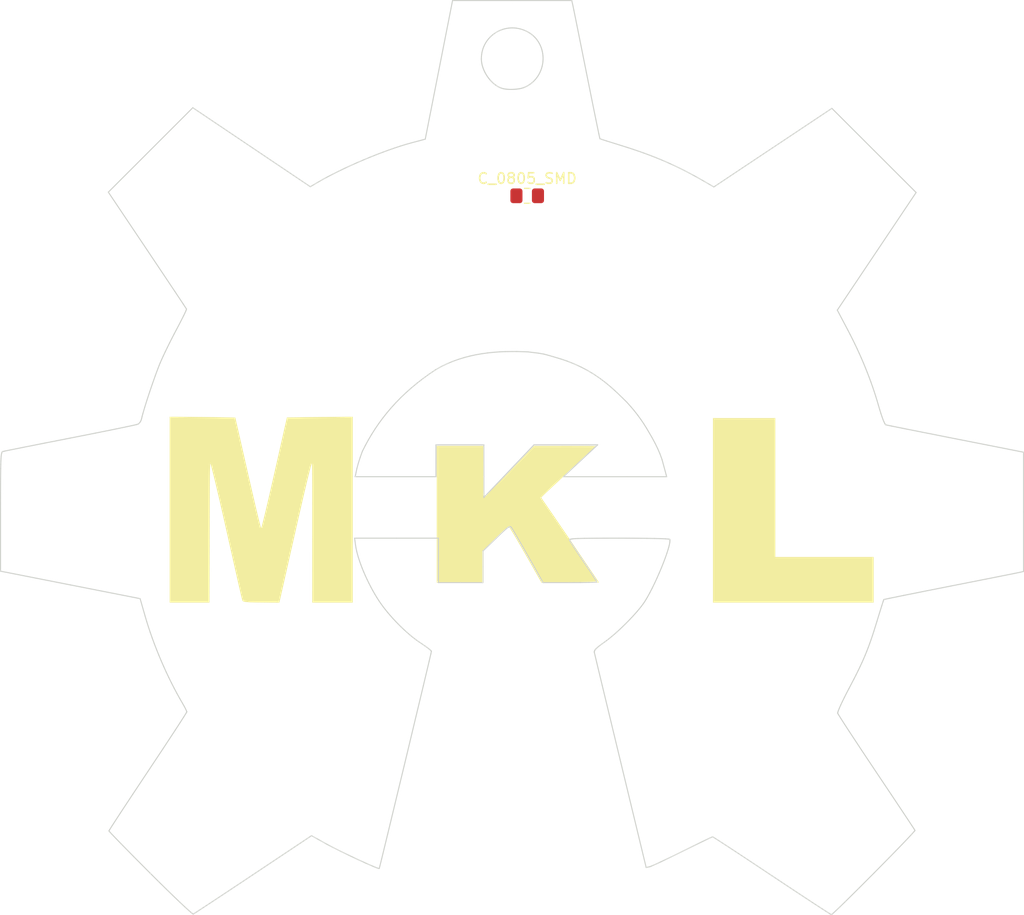
<source format=kicad_pcb>
(kicad_pcb (version 20171130) (host pcbnew 5.1.5-52549c5~84~ubuntu18.04.1)

  (general
    (thickness 1.6)
    (drawings 0)
    (tracks 0)
    (zones 0)
    (modules 2)
    (nets 1)
  )

  (page USLetter)
  (title_block
    (title "Project Title")
  )

  (layers
    (0 F.Cu signal)
    (31 B.Cu signal)
    (34 B.Paste user)
    (35 F.Paste user)
    (36 B.SilkS user)
    (37 F.SilkS user)
    (38 B.Mask user)
    (39 F.Mask user)
    (40 Dwgs.User user)
    (44 Edge.Cuts user)
    (46 B.CrtYd user)
    (47 F.CrtYd user)
    (48 B.Fab user)
    (49 F.Fab user)
  )

  (setup
    (last_trace_width 0.254)
    (user_trace_width 0.1524)
    (user_trace_width 0.254)
    (user_trace_width 0.3302)
    (user_trace_width 0.508)
    (user_trace_width 0.762)
    (user_trace_width 1.27)
    (trace_clearance 0.254)
    (zone_clearance 0.508)
    (zone_45_only no)
    (trace_min 0.1524)
    (via_size 0.6858)
    (via_drill 0.3302)
    (via_min_size 0.6858)
    (via_min_drill 0.3302)
    (user_via 0.6858 0.3302)
    (user_via 0.762 0.4064)
    (user_via 0.8636 0.508)
    (uvia_size 0.6858)
    (uvia_drill 0.3302)
    (uvias_allowed no)
    (uvia_min_size 0)
    (uvia_min_drill 0)
    (edge_width 0.1524)
    (segment_width 0.1524)
    (pcb_text_width 0.1524)
    (pcb_text_size 1.016 1.016)
    (mod_edge_width 0.1524)
    (mod_text_size 1.016 1.016)
    (mod_text_width 0.1524)
    (pad_size 1.524 1.524)
    (pad_drill 0.762)
    (pad_to_mask_clearance 0.0762)
    (solder_mask_min_width 0.1016)
    (pad_to_paste_clearance -0.0762)
    (aux_axis_origin 0 0)
    (visible_elements FFFEDF7D)
    (pcbplotparams
      (layerselection 0x310fc_80000001)
      (usegerberextensions true)
      (usegerberattributes false)
      (usegerberadvancedattributes false)
      (creategerberjobfile false)
      (excludeedgelayer true)
      (linewidth 0.100000)
      (plotframeref false)
      (viasonmask false)
      (mode 1)
      (useauxorigin false)
      (hpglpennumber 1)
      (hpglpenspeed 20)
      (hpglpendiameter 15.000000)
      (psnegative false)
      (psa4output false)
      (plotreference true)
      (plotvalue true)
      (plotinvisibletext false)
      (padsonsilk false)
      (subtractmaskfromsilk false)
      (outputformat 1)
      (mirror false)
      (drillshape 0)
      (scaleselection 1)
      (outputdirectory "gerbers"))
  )

  (net 0 "")

  (net_class Default "This is the default net class."
    (clearance 0.254)
    (trace_width 0.254)
    (via_dia 0.6858)
    (via_drill 0.3302)
    (uvia_dia 0.6858)
    (uvia_drill 0.3302)
  )

  (module paso_01:Maker_Lugo_100mm_02 (layer F.Cu) (tedit 0) (tstamp 5E1E4F47)
    (at 116.27866 122.34164)
    (fp_text reference Ref** (at 0 0) (layer F.SilkS) hide
      (effects (font (size 1.27 1.27) (thickness 0.15)))
    )
    (fp_text value Val** (at 0 0) (layer F.SilkS) hide
      (effects (font (size 1.27 1.27) (thickness 0.15)))
    )
    (fp_line (start -8.246666 -2.723412) (end -8.246666 -2.723389) (layer Edge.Cuts) (width 0.1))
    (fp_line (start -8.247548 0.310036) (end -8.246666 -2.723412) (layer Edge.Cuts) (width 0.1))
    (fp_line (start -15.931313 0.310036) (end -8.247548 0.310036) (layer Edge.Cuts) (width 0.1))
    (fp_line (start -15.936613 0.310036) (end -15.931313 0.310036) (layer Edge.Cuts) (width 0.1))
    (fp_line (start -15.897333 0.114472) (end -15.936613 0.310036) (layer Edge.Cuts) (width 0.1))
    (fp_line (start -15.77809 -0.454961) (end -15.897333 0.114472) (layer Edge.Cuts) (width 0.1))
    (fp_line (start -15.626435 -1.013642) (end -15.77809 -0.454961) (layer Edge.Cuts) (width 0.1))
    (fp_line (start -15.448169 -1.566087) (end -15.626435 -1.013642) (layer Edge.Cuts) (width 0.1))
    (fp_line (start -15.249088 -2.116811) (end -15.448169 -1.566087) (layer Edge.Cuts) (width 0.1))
    (fp_line (start -14.972891 -2.661221) (end -15.249088 -2.116811) (layer Edge.Cuts) (width 0.1))
    (fp_line (start -14.67905 -3.198358) (end -14.972891 -2.661221) (layer Edge.Cuts) (width 0.1))
    (fp_line (start -14.366731 -3.72813) (end -14.67905 -3.198358) (layer Edge.Cuts) (width 0.1))
    (fp_line (start -14.035104 -4.250443) (end -14.366731 -3.72813) (layer Edge.Cuts) (width 0.1))
    (fp_line (start -13.683336 -4.765203) (end -14.035104 -4.250443) (layer Edge.Cuts) (width 0.1))
    (fp_line (start -13.310595 -5.272316) (end -13.683336 -4.765203) (layer Edge.Cuts) (width 0.1))
    (fp_line (start -12.916049 -5.77169) (end -13.310595 -5.272316) (layer Edge.Cuts) (width 0.1))
    (fp_line (start -12.498866 -6.26323) (end -12.916049 -5.77169) (layer Edge.Cuts) (width 0.1))
    (fp_line (start -12.058214 -6.746844) (end -12.498866 -6.26323) (layer Edge.Cuts) (width 0.1))
    (fp_line (start -11.593262 -7.222437) (end -12.058214 -6.746844) (layer Edge.Cuts) (width 0.1))
    (fp_line (start -11.103177 -7.689916) (end -11.593262 -7.222437) (layer Edge.Cuts) (width 0.1))
    (fp_line (start -10.587127 -8.149188) (end -11.103177 -7.689916) (layer Edge.Cuts) (width 0.1))
    (fp_line (start -10.04428 -8.600159) (end -10.587127 -8.149188) (layer Edge.Cuts) (width 0.1))
    (fp_line (start -9.473805 -9.042736) (end -10.04428 -8.600159) (layer Edge.Cuts) (width 0.1))
    (fp_line (start -8.874869 -9.476824) (end -9.473805 -9.042736) (layer Edge.Cuts) (width 0.1))
    (fp_line (start -8.24664 -9.902331) (end -8.874869 -9.476824) (layer Edge.Cuts) (width 0.1))
    (fp_line (start -7.725151 -10.189466) (end -8.24664 -9.902331) (layer Edge.Cuts) (width 0.1))
    (fp_line (start -7.194523 -10.444952) (end -7.725151 -10.189466) (layer Edge.Cuts) (width 0.1))
    (fp_line (start -6.655957 -10.670356) (end -7.194523 -10.444952) (layer Edge.Cuts) (width 0.1))
    (fp_line (start -6.110655 -10.867249) (end -6.655957 -10.670356) (layer Edge.Cuts) (width 0.1))
    (fp_line (start -5.559818 -11.037198) (end -6.110655 -10.867249) (layer Edge.Cuts) (width 0.1))
    (fp_line (start -5.004647 -11.181772) (end -5.559818 -11.037198) (layer Edge.Cuts) (width 0.1))
    (fp_line (start -4.446344 -11.30254) (end -5.004647 -11.181772) (layer Edge.Cuts) (width 0.1))
    (fp_line (start -3.88611 -11.40107) (end -4.446344 -11.30254) (layer Edge.Cuts) (width 0.1))
    (fp_line (start -3.325146 -11.47893) (end -3.88611 -11.40107) (layer Edge.Cuts) (width 0.1))
    (fp_line (start -2.764654 -11.53769) (end -3.325146 -11.47893) (layer Edge.Cuts) (width 0.1))
    (fp_line (start -2.205835 -11.57892) (end -2.764654 -11.53769) (layer Edge.Cuts) (width 0.1))
    (fp_line (start -1.649891 -11.60419) (end -2.205835 -11.57892) (layer Edge.Cuts) (width 0.1))
    (fp_line (start -0.551431 -11.61309) (end -1.649891 -11.60419) (layer Edge.Cuts) (width 0.1))
    (fp_line (start 0.521114 -11.57699) (end -0.551431 -11.61309) (layer Edge.Cuts) (width 0.1))
    (fp_line (start 1.519691 -11.452718) (end 0.521114 -11.57699) (layer Edge.Cuts) (width 0.1))
    (fp_line (start 2.023911 -11.365118) (end 1.519691 -11.452718) (layer Edge.Cuts) (width 0.1))
    (fp_line (start 2.500193 -11.240394) (end 2.023911 -11.365118) (layer Edge.Cuts) (width 0.1))
    (fp_line (start 3.655578 -10.895603) (end 2.500193 -11.240394) (layer Edge.Cuts) (width 0.1))
    (fp_line (start 4.223112 -10.704485) (end 3.655578 -10.895603) (layer Edge.Cuts) (width 0.1))
    (fp_line (start 4.880814 -10.442719) (end 4.223112 -10.704485) (layer Edge.Cuts) (width 0.1))
    (fp_line (start 5.546999 -10.140065) (end 4.880814 -10.442719) (layer Edge.Cuts) (width 0.1))
    (fp_line (start 6.176337 -9.809504) (end 5.546999 -10.140065) (layer Edge.Cuts) (width 0.1))
    (fp_line (start 6.774816 -9.449995) (end 6.176337 -9.809504) (layer Edge.Cuts) (width 0.1))
    (fp_line (start 7.348422 -9.0605) (end 6.774816 -9.449995) (layer Edge.Cuts) (width 0.1))
    (fp_line (start 7.903141 -8.639979) (end 7.348422 -9.0605) (layer Edge.Cuts) (width 0.1))
    (fp_line (start 8.44496 -8.187393) (end 7.903141 -8.639979) (layer Edge.Cuts) (width 0.1))
    (fp_line (start 8.979865 -7.701703) (end 8.44496 -8.187393) (layer Edge.Cuts) (width 0.1))
    (fp_line (start 9.513843 -7.181869) (end 8.979865 -7.701703) (layer Edge.Cuts) (width 0.1))
    (fp_line (start 9.898725 -6.803601) (end 9.513843 -7.181869) (layer Edge.Cuts) (width 0.1))
    (fp_line (start 10.281431 -6.379404) (end 9.898725 -6.803601) (layer Edge.Cuts) (width 0.1))
    (fp_line (start 10.629615 -5.965689) (end 10.281431 -6.379404) (layer Edge.Cuts) (width 0.1))
    (fp_line (start 10.949075 -5.557265) (end 10.629615 -5.965689) (layer Edge.Cuts) (width 0.1))
    (fp_line (start 11.245607 -5.148946) (end 10.949075 -5.557265) (layer Edge.Cuts) (width 0.1))
    (fp_line (start 11.525009 -4.735541) (end 11.245607 -5.148946) (layer Edge.Cuts) (width 0.1))
    (fp_line (start 11.793078 -4.311864) (end 11.525009 -4.735541) (layer Edge.Cuts) (width 0.1))
    (fp_line (start 12.318403 -3.412936) (end 11.793078 -4.311864) (layer Edge.Cuts) (width 0.1))
    (fp_line (start 12.602991 -2.88155) (end 12.318403 -3.412936) (layer Edge.Cuts) (width 0.1))
    (fp_line (start 12.850985 -2.375442) (end 12.602991 -2.88155) (layer Edge.Cuts) (width 0.1))
    (fp_line (start 13.068899 -1.869498) (end 12.850985 -2.375442) (layer Edge.Cuts) (width 0.1))
    (fp_line (start 13.263249 -1.338602) (end 13.068899 -1.869498) (layer Edge.Cuts) (width 0.1))
    (fp_line (start 13.273819 -1.301082) (end 13.263249 -1.338602) (layer Edge.Cuts) (width 0.1))
    (fp_line (start 13.596935 -0.111631) (end 13.273819 -1.301082) (layer Edge.Cuts) (width 0.1))
    (fp_line (start 13.662635 0.140848) (end 13.596935 -0.111631) (layer Edge.Cuts) (width 0.1))
    (fp_line (start 13.707025 0.311716) (end 13.662635 0.140848) (layer Edge.Cuts) (width 0.1))
    (fp_line (start 9.898788 0.311716) (end 13.707025 0.311716) (layer Edge.Cuts) (width 0.1))
    (fp_line (start 3.878728 0.311716) (end 9.898788 0.311716) (layer Edge.Cuts) (width 0.1))
    (fp_line (start 7.140242 -2.723389) (end 3.878728 0.311716) (layer Edge.Cuts) (width 0.1))
    (fp_line (start 6.941859 -2.723389) (end 7.140242 -2.723389) (layer Edge.Cuts) (width 0.1))
    (fp_line (start 1.080601 -2.723389) (end 6.941859 -2.723389) (layer Edge.Cuts) (width 0.1))
    (fp_line (start -1.809425 0.311716) (end 1.080601 -2.723389) (layer Edge.Cuts) (width 0.1))
    (fp_line (start -3.691366 2.288145) (end -1.809425 0.311716) (layer Edge.Cuts) (width 0.1))
    (fp_line (start -3.691366 0.311716) (end -3.691366 2.288145) (layer Edge.Cuts) (width 0.1))
    (fp_line (start -3.691366 -2.723389) (end -3.691366 0.311716) (layer Edge.Cuts) (width 0.1))
    (fp_line (start -8.246666 -2.723389) (end -3.691366 -2.723389) (layer Edge.Cuts) (width 0.1))
    (fp_line (start 0.144359 -36.758689) (end 0.14442 -36.758689) (layer Edge.Cuts) (width 0.1))
    (fp_line (start 0.144359 -36.758692) (end 0.144359 -36.758689) (layer Edge.Cuts) (width 0.1))
    (fp_line (start 0.050259 -36.723532) (end 0.144359 -36.758692) (layer Edge.Cuts) (width 0.1))
    (fp_line (start -0.054641 -36.691812) (end 0.050259 -36.723532) (layer Edge.Cuts) (width 0.1))
    (fp_line (start -0.168946 -36.663602) (end -0.054641 -36.691812) (layer Edge.Cuts) (width 0.1))
    (fp_line (start -0.291263 -36.638982) (end -0.168946 -36.663602) (layer Edge.Cuts) (width 0.1))
    (fp_line (start -0.420199 -36.618032) (end -0.291263 -36.638982) (layer Edge.Cuts) (width 0.1))
    (fp_line (start -0.554359 -36.600812) (end -0.420199 -36.618032) (layer Edge.Cuts) (width 0.1))
    (fp_line (start -0.69235 -36.587412) (end -0.554359 -36.600812) (layer Edge.Cuts) (width 0.1))
    (fp_line (start -0.832777 -36.577912) (end -0.69235 -36.587412) (layer Edge.Cuts) (width 0.1))
    (fp_line (start -0.974248 -36.572312) (end -0.832777 -36.577912) (layer Edge.Cuts) (width 0.1))
    (fp_line (start -1.115368 -36.570812) (end -0.974248 -36.572312) (layer Edge.Cuts) (width 0.1))
    (fp_line (start -1.254746 -36.573412) (end -1.115368 -36.570812) (layer Edge.Cuts) (width 0.1))
    (fp_line (start -1.390982 -36.580212) (end -1.254746 -36.573412) (layer Edge.Cuts) (width 0.1))
    (fp_line (start -1.522686 -36.591252) (end -1.390982 -36.580212) (layer Edge.Cuts) (width 0.1))
    (fp_line (start -1.648467 -36.606632) (end -1.522686 -36.591252) (layer Edge.Cuts) (width 0.1))
    (fp_line (start -1.766926 -36.626412) (end -1.648467 -36.606632) (layer Edge.Cuts) (width 0.1))
    (fp_line (start -1.876672 -36.650682) (end -1.766926 -36.626412) (layer Edge.Cuts) (width 0.1))
    (fp_line (start -1.975372 -36.678922) (end -1.876672 -36.650682) (layer Edge.Cuts) (width 0.1))
    (fp_line (start -2.073552 -36.713442) (end -1.975372 -36.678922) (layer Edge.Cuts) (width 0.1))
    (fp_line (start -2.171042 -36.754022) (end -2.073552 -36.713442) (layer Edge.Cuts) (width 0.1))
    (fp_line (start -2.267682 -36.800412) (end -2.171042 -36.754022) (layer Edge.Cuts) (width 0.1))
    (fp_line (start -2.363282 -36.852382) (end -2.267682 -36.800412) (layer Edge.Cuts) (width 0.1))
    (fp_line (start -2.457692 -36.909692) (end -2.363282 -36.852382) (layer Edge.Cuts) (width 0.1))
    (fp_line (start -2.550722 -36.972102) (end -2.457692 -36.909692) (layer Edge.Cuts) (width 0.1))
    (fp_line (start -2.642212 -37.039372) (end -2.550722 -36.972102) (layer Edge.Cuts) (width 0.1))
    (fp_line (start -2.731982 -37.111262) (end -2.642212 -37.039372) (layer Edge.Cuts) (width 0.1))
    (fp_line (start -2.819862 -37.187542) (end -2.731982 -37.111262) (layer Edge.Cuts) (width 0.1))
    (fp_line (start -2.905682 -37.267972) (end -2.819862 -37.187542) (layer Edge.Cuts) (width 0.1))
    (fp_line (start -2.989272 -37.352312) (end -2.905682 -37.267972) (layer Edge.Cuts) (width 0.1))
    (fp_line (start -3.070452 -37.440322) (end -2.989272 -37.352312) (layer Edge.Cuts) (width 0.1))
    (fp_line (start -3.149062 -37.531772) (end -3.070452 -37.440322) (layer Edge.Cuts) (width 0.1))
    (fp_line (start -3.224922 -37.626422) (end -3.149062 -37.531772) (layer Edge.Cuts) (width 0.1))
    (fp_line (start -3.297862 -37.724022) (end -3.224922 -37.626422) (layer Edge.Cuts) (width 0.1))
    (fp_line (start -3.367712 -37.824348) (end -3.297862 -37.724022) (layer Edge.Cuts) (width 0.1))
    (fp_line (start -3.434302 -37.927156) (end -3.367712 -37.824348) (layer Edge.Cuts) (width 0.1))
    (fp_line (start -3.497462 -38.032209) (end -3.434302 -37.927156) (layer Edge.Cuts) (width 0.1))
    (fp_line (start -3.557012 -38.139268) (end -3.497462 -38.032209) (layer Edge.Cuts) (width 0.1))
    (fp_line (start -3.612782 -38.248096) (end -3.557012 -38.139268) (layer Edge.Cuts) (width 0.1))
    (fp_line (start -3.664602 -38.358455) (end -3.612782 -38.248096) (layer Edge.Cuts) (width 0.1))
    (fp_line (start -3.712302 -38.470107) (end -3.664602 -38.358455) (layer Edge.Cuts) (width 0.1))
    (fp_line (start -3.755712 -38.582814) (end -3.712302 -38.470107) (layer Edge.Cuts) (width 0.1))
    (fp_line (start -3.794662 -38.696338) (end -3.755712 -38.582814) (layer Edge.Cuts) (width 0.1))
    (fp_line (start -3.828972 -38.81044) (end -3.794662 -38.696338) (layer Edge.Cuts) (width 0.1))
    (fp_line (start -3.858472 -38.924884) (end -3.828972 -38.81044) (layer Edge.Cuts) (width 0.1))
    (fp_line (start -3.883002 -39.03943) (end -3.858472 -38.924884) (layer Edge.Cuts) (width 0.1))
    (fp_line (start -3.902372 -39.153841) (end -3.883002 -39.03943) (layer Edge.Cuts) (width 0.1))
    (fp_line (start -3.916422 -39.267878) (end -3.902372 -39.153841) (layer Edge.Cuts) (width 0.1))
    (fp_line (start -3.924922 -39.381305) (end -3.916422 -39.267878) (layer Edge.Cuts) (width 0.1))
    (fp_line (start -3.927822 -39.493883) (end -3.924922 -39.381305) (layer Edge.Cuts) (width 0.1))
    (fp_line (start -3.921222 -39.697195) (end -3.927822 -39.493883) (layer Edge.Cuts) (width 0.1))
    (fp_line (start -3.901722 -39.895558) (end -3.921222 -39.697195) (layer Edge.Cuts) (width 0.1))
    (fp_line (start -3.869792 -40.088683) (end -3.901722 -39.895558) (layer Edge.Cuts) (width 0.1))
    (fp_line (start -3.825892 -40.276282) (end -3.869792 -40.088683) (layer Edge.Cuts) (width 0.1))
    (fp_line (start -3.770502 -40.458069) (end -3.825892 -40.276282) (layer Edge.Cuts) (width 0.1))
    (fp_line (start -3.704092 -40.633755) (end -3.770502 -40.458069) (layer Edge.Cuts) (width 0.1))
    (fp_line (start -3.627122 -40.803054) (end -3.704092 -40.633755) (layer Edge.Cuts) (width 0.1))
    (fp_line (start -3.540072 -40.965676) (end -3.627122 -40.803054) (layer Edge.Cuts) (width 0.1))
    (fp_line (start -3.443402 -41.121334) (end -3.540072 -40.965676) (layer Edge.Cuts) (width 0.1))
    (fp_line (start -3.337592 -41.269742) (end -3.443402 -41.121334) (layer Edge.Cuts) (width 0.1))
    (fp_line (start -3.223104 -41.410611) (end -3.337592 -41.269742) (layer Edge.Cuts) (width 0.1))
    (fp_line (start -3.100409 -41.543653) (end -3.223104 -41.410611) (layer Edge.Cuts) (width 0.1))
    (fp_line (start -2.969978 -41.668582) (end -3.100409 -41.543653) (layer Edge.Cuts) (width 0.1))
    (fp_line (start -2.832278 -41.785109) (end -2.969978 -41.668582) (layer Edge.Cuts) (width 0.1))
    (fp_line (start -2.687781 -41.892946) (end -2.832278 -41.785109) (layer Edge.Cuts) (width 0.1))
    (fp_line (start -2.536952 -41.991806) (end -2.687781 -41.892946) (layer Edge.Cuts) (width 0.1))
    (fp_line (start -2.380266 -42.081402) (end -2.536952 -41.991806) (layer Edge.Cuts) (width 0.1))
    (fp_line (start -2.218188 -42.161446) (end -2.380266 -42.081402) (layer Edge.Cuts) (width 0.1))
    (fp_line (start -2.051188 -42.23165) (end -2.218188 -42.161446) (layer Edge.Cuts) (width 0.1))
    (fp_line (start -1.879738 -42.291727) (end -2.051188 -42.23165) (layer Edge.Cuts) (width 0.1))
    (fp_line (start -1.704306 -42.341388) (end -1.879738 -42.291727) (layer Edge.Cuts) (width 0.1))
    (fp_line (start -1.52536 -42.380346) (end -1.704306 -42.341388) (layer Edge.Cuts) (width 0.1))
    (fp_line (start -1.343369 -42.408314) (end -1.52536 -42.380346) (layer Edge.Cuts) (width 0.1))
    (fp_line (start -1.158804 -42.425004) (end -1.343369 -42.408314) (layer Edge.Cuts) (width 0.1))
    (fp_line (start -0.972135 -42.430124) (end -1.158804 -42.425004) (layer Edge.Cuts) (width 0.1))
    (fp_line (start -0.783831 -42.423394) (end -0.972135 -42.430124) (layer Edge.Cuts) (width 0.1))
    (fp_line (start -0.594361 -42.404524) (end -0.783831 -42.423394) (layer Edge.Cuts) (width 0.1))
    (fp_line (start -0.404191 -42.373225) (end -0.594361 -42.404524) (layer Edge.Cuts) (width 0.1))
    (fp_line (start -0.213794 -42.32921) (end -0.404191 -42.373225) (layer Edge.Cuts) (width 0.1))
    (fp_line (start -0.023641 -42.272191) (end -0.213794 -42.32921) (layer Edge.Cuts) (width 0.1))
    (fp_line (start 0.165803 -42.201881) (end -0.023641 -42.272191) (layer Edge.Cuts) (width 0.1))
    (fp_line (start 0.354065 -42.117992) (end 0.165803 -42.201881) (layer Edge.Cuts) (width 0.1))
    (fp_line (start 0.456377 -42.066) (end 0.354065 -42.117992) (layer Edge.Cuts) (width 0.1))
    (fp_line (start 0.555247 -42.010818) (end 0.456377 -42.066) (layer Edge.Cuts) (width 0.1))
    (fp_line (start 0.650687 -41.952551) (end 0.555247 -42.010818) (layer Edge.Cuts) (width 0.1))
    (fp_line (start 0.742697 -41.891304) (end 0.650687 -41.952551) (layer Edge.Cuts) (width 0.1))
    (fp_line (start 0.831287 -41.827184) (end 0.742697 -41.891304) (layer Edge.Cuts) (width 0.1))
    (fp_line (start 0.916457 -41.760295) (end 0.831287 -41.827184) (layer Edge.Cuts) (width 0.1))
    (fp_line (start 0.998207 -41.690744) (end 0.916457 -41.760295) (layer Edge.Cuts) (width 0.1))
    (fp_line (start 1.076547 -41.618636) (end 0.998207 -41.690744) (layer Edge.Cuts) (width 0.1))
    (fp_line (start 1.151477 -41.544077) (end 1.076547 -41.618636) (layer Edge.Cuts) (width 0.1))
    (fp_line (start 1.223007 -41.467172) (end 1.151477 -41.544077) (layer Edge.Cuts) (width 0.1))
    (fp_line (start 1.291137 -41.388027) (end 1.223007 -41.467172) (layer Edge.Cuts) (width 0.1))
    (fp_line (start 1.355867 -41.306747) (end 1.291137 -41.388027) (layer Edge.Cuts) (width 0.1))
    (fp_line (start 1.475152 -41.138208) (end 1.355867 -41.306747) (layer Edge.Cuts) (width 0.1))
    (fp_line (start 1.580901 -40.962397) (end 1.475152 -41.138208) (layer Edge.Cuts) (width 0.1))
    (fp_line (start 1.673151 -40.780162) (end 1.580901 -40.962397) (layer Edge.Cuts) (width 0.1))
    (fp_line (start 1.751931 -40.592346) (end 1.673151 -40.780162) (layer Edge.Cuts) (width 0.1))
    (fp_line (start 1.817271 -40.399795) (end 1.751931 -40.592346) (layer Edge.Cuts) (width 0.1))
    (fp_line (start 1.869211 -40.203353) (end 1.817271 -40.399795) (layer Edge.Cuts) (width 0.1))
    (fp_line (start 1.907781 -40.003865) (end 1.869211 -40.203353) (layer Edge.Cuts) (width 0.1))
    (fp_line (start 1.933021 -39.802177) (end 1.907781 -40.003865) (layer Edge.Cuts) (width 0.1))
    (fp_line (start 1.944951 -39.599132) (end 1.933021 -39.802177) (layer Edge.Cuts) (width 0.1))
    (fp_line (start 1.943651 -39.395577) (end 1.944951 -39.599132) (layer Edge.Cuts) (width 0.1))
    (fp_line (start 1.929071 -39.192356) (end 1.943651 -39.395577) (layer Edge.Cuts) (width 0.1))
    (fp_line (start 1.901291 -38.990314) (end 1.929071 -39.192356) (layer Edge.Cuts) (width 0.1))
    (fp_line (start 1.860341 -38.790296) (end 1.901291 -38.990314) (layer Edge.Cuts) (width 0.1))
    (fp_line (start 1.806251 -38.593147) (end 1.860341 -38.790296) (layer Edge.Cuts) (width 0.1))
    (fp_line (start 1.739051 -38.399712) (end 1.806251 -38.593147) (layer Edge.Cuts) (width 0.1))
    (fp_line (start 1.658781 -38.210836) (end 1.739051 -38.399712) (layer Edge.Cuts) (width 0.1))
    (fp_line (start 1.565471 -38.027363) (end 1.658781 -38.210836) (layer Edge.Cuts) (width 0.1))
    (fp_line (start 1.459159 -37.850139) (end 1.565471 -38.027363) (layer Edge.Cuts) (width 0.1))
    (fp_line (start 1.339874 -37.680009) (end 1.459159 -37.850139) (layer Edge.Cuts) (width 0.1))
    (fp_line (start 1.207649 -37.517817) (end 1.339874 -37.680009) (layer Edge.Cuts) (width 0.1))
    (fp_line (start 1.062519 -37.364409) (end 1.207649 -37.517817) (layer Edge.Cuts) (width 0.1))
    (fp_line (start 0.985119 -37.291259) (end 1.062519 -37.364409) (layer Edge.Cuts) (width 0.1))
    (fp_line (start 0.904509 -37.220629) (end 0.985119 -37.291259) (layer Edge.Cuts) (width 0.1))
    (fp_line (start 0.820689 -37.152619) (end 0.904509 -37.220629) (layer Edge.Cuts) (width 0.1))
    (fp_line (start 0.733669 -37.087329) (end 0.820689 -37.152619) (layer Edge.Cuts) (width 0.1))
    (fp_line (start 0.643439 -37.024869) (end 0.733669 -37.087329) (layer Edge.Cuts) (width 0.1))
    (fp_line (start 0.550019 -36.965339) (end 0.643439 -37.024869) (layer Edge.Cuts) (width 0.1))
    (fp_line (start 0.453399 -36.908849) (end 0.550019 -36.965339) (layer Edge.Cuts) (width 0.1))
    (fp_line (start 0.353589 -36.855509) (end 0.453399 -36.908849) (layer Edge.Cuts) (width 0.1))
    (fp_line (start 0.250594 -36.805419) (end 0.353589 -36.855509) (layer Edge.Cuts) (width 0.1))
    (fp_line (start 0.14442 -36.758689) (end 0.250594 -36.805419) (layer Edge.Cuts) (width 0.1))
    (fp_line (start -35.436909 38.076793) (end -35.436887 38.076706) (layer Edge.Cuts) (width 0.1))
    (fp_line (start -35.436909 38.076793) (end -35.436909 38.076793) (layer Edge.Cuts) (width 0.1))
    (fp_line (start -34.643182 38.866601) (end -35.436909 38.076793) (layer Edge.Cuts) (width 0.1))
    (fp_line (start -33.896649 39.601108) (end -34.643182 38.866601) (layer Edge.Cuts) (width 0.1))
    (fp_line (start -33.214083 40.264403) (end -33.896649 39.601108) (layer Edge.Cuts) (width 0.1))
    (fp_line (start -32.612255 40.840575) (end -33.214083 40.264403) (layer Edge.Cuts) (width 0.1))
    (fp_line (start -32.107937 41.313719) (end -32.612255 40.840575) (layer Edge.Cuts) (width 0.1))
    (fp_line (start -31.717901 41.667919) (end -32.107937 41.313719) (layer Edge.Cuts) (width 0.1))
    (fp_line (start -31.57098 41.795443) (end -31.717901 41.667919) (layer Edge.Cuts) (width 0.1))
    (fp_line (start -31.458919 41.887263) (end -31.57098 41.795443) (layer Edge.Cuts) (width 0.1))
    (fp_line (start -31.383809 41.941393) (end -31.458919 41.887263) (layer Edge.Cuts) (width 0.1))
    (fp_line (start -31.360769 41.953693) (end -31.383809 41.941393) (layer Edge.Cuts) (width 0.1))
    (fp_line (start -31.347759 41.955793) (end -31.360769 41.953693) (layer Edge.Cuts) (width 0.1))
    (fp_line (start -31.203638 41.868453) (end -31.347759 41.955793) (layer Edge.Cuts) (width 0.1))
    (fp_line (start -30.85018 41.640904) (end -31.203638 41.868453) (layer Edge.Cuts) (width 0.1))
    (fp_line (start -29.608837 40.826887) (end -30.85018 41.640904) (layer Edge.Cuts) (width 0.1))
    (fp_line (start -27.8109 39.637143) (end -29.608837 40.826887) (layer Edge.Cuts) (width 0.1))
    (fp_line (start -25.643538 38.195071) (end -27.8109 39.637143) (layer Edge.Cuts) (width 0.1))
    (fp_line (start -20.092789 34.493008) (end -25.643538 38.195071) (layer Edge.Cuts) (width 0.1))
    (fp_line (start -18.65326 35.295447) (end -20.092789 34.493008) (layer Edge.Cuts) (width 0.1))
    (fp_line (start -18.384195 35.441571) (end -18.65326 35.295447) (layer Edge.Cuts) (width 0.1))
    (fp_line (start -18.068682 35.606406) (end -18.384195 35.441571) (layer Edge.Cuts) (width 0.1))
    (fp_line (start -17.333135 35.976053) (end -18.068682 35.606406) (layer Edge.Cuts) (width 0.1))
    (fp_line (start -16.516234 36.372086) (end -17.333135 35.976053) (layer Edge.Cuts) (width 0.1))
    (fp_line (start -15.687598 36.762209) (end -16.516234 36.372086) (layer Edge.Cuts) (width 0.1))
    (fp_line (start -14.916843 37.114124) (end -15.687598 36.762209) (layer Edge.Cuts) (width 0.1))
    (fp_line (start -14.273583 37.395532) (end -14.916843 37.114124) (layer Edge.Cuts) (width 0.1))
    (fp_line (start -14.02152 37.499701) (end -14.273583 37.395532) (layer Edge.Cuts) (width 0.1))
    (fp_line (start -13.82744 37.574131) (end -14.02152 37.499701) (layer Edge.Cuts) (width 0.1))
    (fp_line (start -13.70004 37.614781) (end -13.82744 37.574131) (layer Edge.Cuts) (width 0.1))
    (fp_line (start -13.66407 37.621181) (end -13.70004 37.614781) (layer Edge.Cuts) (width 0.1))
    (fp_line (start -13.64804 37.617581) (end -13.66407 37.621181) (layer Edge.Cuts) (width 0.1))
    (fp_line (start -13.58378 37.373873) (end -13.64804 37.617581) (layer Edge.Cuts) (width 0.1))
    (fp_line (start -13.41981 36.711891) (end -13.58378 37.373873) (layer Edge.Cuts) (width 0.1))
    (fp_line (start -12.850082 34.371794) (end -13.41981 36.711891) (layer Edge.Cuts) (width 0.1))
    (fp_line (start -11.144822 27.297955) (end -12.850082 34.371794) (layer Edge.Cuts) (width 0.1))
    (fp_line (start -9.449636 20.215203) (end -11.144822 27.297955) (layer Edge.Cuts) (width 0.1))
    (fp_line (start -8.8925 17.863967) (end -9.449636 20.215203) (layer Edge.Cuts) (width 0.1))
    (fp_line (start -8.736719 17.194743) (end -8.8925 17.863967) (layer Edge.Cuts) (width 0.1))
    (fp_line (start -8.681899 16.94268) (end -8.736719 17.194743) (layer Edge.Cuts) (width 0.1))
    (fp_line (start -8.687399 16.92577) (end -8.681899 16.94268) (layer Edge.Cuts) (width 0.1))
    (fp_line (start -8.703119 16.90259) (end -8.687399 16.92577) (layer Edge.Cuts) (width 0.1))
    (fp_line (start -8.763079 16.8391) (end -8.703119 16.90259) (layer Edge.Cuts) (width 0.1))
    (fp_line (start -8.857569 16.75546) (end -8.763079 16.8391) (layer Edge.Cuts) (width 0.1))
    (fp_line (start -8.982407 16.654924) (end -8.857569 16.75546) (layer Edge.Cuts) (width 0.1))
    (fp_line (start -9.133405 16.540746) (end -8.982407 16.654924) (layer Edge.Cuts) (width 0.1))
    (fp_line (start -9.306387 16.41618) (end -9.133405 16.540746) (layer Edge.Cuts) (width 0.1))
    (fp_line (start -9.497165 16.284481) (end -9.306387 16.41618) (layer Edge.Cuts) (width 0.1))
    (fp_line (start -9.701561 16.148908) (end -9.497165 16.284481) (layer Edge.Cuts) (width 0.1))
    (fp_line (start -9.953494 15.977993) (end -9.701561 16.148908) (layer Edge.Cuts) (width 0.1))
    (fp_line (start -10.212619 15.788601) (end -9.953494 15.977993) (layer Edge.Cuts) (width 0.1))
    (fp_line (start -10.477285 15.582404) (end -10.212619 15.788601) (layer Edge.Cuts) (width 0.1))
    (fp_line (start -10.745837 15.361072) (end -10.477285 15.582404) (layer Edge.Cuts) (width 0.1))
    (fp_line (start -11.01663 15.126275) (end -10.745837 15.361072) (layer Edge.Cuts) (width 0.1))
    (fp_line (start -11.28801 14.879683) (end -11.01663 15.126275) (layer Edge.Cuts) (width 0.1))
    (fp_line (start -11.558327 14.622972) (end -11.28801 14.879683) (layer Edge.Cuts) (width 0.1))
    (fp_line (start -11.825932 14.357803) (end -11.558327 14.622972) (layer Edge.Cuts) (width 0.1))
    (fp_line (start -12.089169 14.085851) (end -11.825932 14.357803) (layer Edge.Cuts) (width 0.1))
    (fp_line (start -12.346389 13.80879) (end -12.089169 14.085851) (layer Edge.Cuts) (width 0.1))
    (fp_line (start -12.595944 13.528284) (end -12.346389 13.80879) (layer Edge.Cuts) (width 0.1))
    (fp_line (start -12.83618 13.246008) (end -12.595944 13.528284) (layer Edge.Cuts) (width 0.1))
    (fp_line (start -13.065447 12.963632) (end -12.83618 13.246008) (layer Edge.Cuts) (width 0.1))
    (fp_line (start -13.282093 12.682824) (end -13.065447 12.963632) (layer Edge.Cuts) (width 0.1))
    (fp_line (start -13.48447 12.405258) (end -13.282093 12.682824) (layer Edge.Cuts) (width 0.1))
    (fp_line (start -13.670924 12.132599) (end -13.48447 12.405258) (layer Edge.Cuts) (width 0.1))
    (fp_line (start -13.872434 11.817647) (end -13.670924 12.132599) (layer Edge.Cuts) (width 0.1))
    (fp_line (start -14.070255 11.489646) (end -13.872434 11.817647) (layer Edge.Cuts) (width 0.1))
    (fp_line (start -14.263406 11.150937) (end -14.070255 11.489646) (layer Edge.Cuts) (width 0.1))
    (fp_line (start -14.450903 10.803854) (end -14.263406 11.150937) (layer Edge.Cuts) (width 0.1))
    (fp_line (start -14.631759 10.450736) (end -14.450903 10.803854) (layer Edge.Cuts) (width 0.1))
    (fp_line (start -14.804989 10.093921) (end -14.631759 10.450736) (layer Edge.Cuts) (width 0.1))
    (fp_line (start -14.969613 9.73575) (end -14.804989 10.093921) (layer Edge.Cuts) (width 0.1))
    (fp_line (start -15.124643 9.378557) (end -14.969613 9.73575) (layer Edge.Cuts) (width 0.1))
    (fp_line (start -15.269095 9.024679) (end -15.124643 9.378557) (layer Edge.Cuts) (width 0.1))
    (fp_line (start -15.401982 8.676459) (end -15.269095 9.024679) (layer Edge.Cuts) (width 0.1))
    (fp_line (start -15.522322 8.336228) (end -15.401982 8.676459) (layer Edge.Cuts) (width 0.1))
    (fp_line (start -15.629132 8.00633) (end -15.522322 8.336228) (layer Edge.Cuts) (width 0.1))
    (fp_line (start -15.721422 7.689097) (end -15.629132 8.00633) (layer Edge.Cuts) (width 0.1))
    (fp_line (start -15.798212 7.386871) (end -15.721422 7.689097) (layer Edge.Cuts) (width 0.1))
    (fp_line (start -15.858512 7.101989) (end -15.798212 7.386871) (layer Edge.Cuts) (width 0.1))
    (fp_line (start -15.901352 6.836787) (end -15.858512 7.101989) (layer Edge.Cuts) (width 0.1))
    (fp_line (start -15.991012 6.160888) (end -15.901352 6.836787) (layer Edge.Cuts) (width 0.1))
    (fp_line (start -12.00522 6.160888) (end -15.991012 6.160888) (layer Edge.Cuts) (width 0.1))
    (fp_line (start -8.019426 6.160888) (end -12.00522 6.160888) (layer Edge.Cuts) (width 0.1))
    (fp_line (start -8.019426 8.277554) (end -8.019426 6.160888) (layer Edge.Cuts) (width 0.1))
    (fp_line (start -8.019426 10.394221) (end -8.019426 8.277554) (layer Edge.Cuts) (width 0.1))
    (fp_line (start -5.902759 10.394221) (end -8.019426 10.394221) (layer Edge.Cuts) (width 0.1))
    (fp_line (start -3.786092 10.394221) (end -5.902759 10.394221) (layer Edge.Cuts) (width 0.1))
    (fp_line (start -3.786092 8.892311) (end -3.786092 10.394221) (layer Edge.Cuts) (width 0.1))
    (fp_line (start -3.786092 7.390398) (end -3.786092 8.892311) (layer Edge.Cuts) (width 0.1))
    (fp_line (start -2.511372 6.15722) (end -3.786092 7.390398) (layer Edge.Cuts) (width 0.1))
    (fp_line (start -2.115569 5.776345) (end -2.511372 6.15722) (layer Edge.Cuts) (width 0.1))
    (fp_line (start -1.80779 5.487256) (end -2.115569 5.776345) (layer Edge.Cuts) (width 0.1))
    (fp_line (start -1.574604 5.280828) (end -1.80779 5.487256) (layer Edge.Cuts) (width 0.1))
    (fp_line (start -1.481784 5.205758) (end -1.574604 5.280828) (layer Edge.Cuts) (width 0.1))
    (fp_line (start -1.402574 5.147928) (end -1.481784 5.205758) (layer Edge.Cuts) (width 0.1))
    (fp_line (start -1.335304 5.106198) (end -1.402574 5.147928) (layer Edge.Cuts) (width 0.1))
    (fp_line (start -1.278284 5.079428) (end -1.335304 5.106198) (layer Edge.Cuts) (width 0.1))
    (fp_line (start -1.229844 5.066488) (end -1.278284 5.079428) (layer Edge.Cuts) (width 0.1))
    (fp_line (start -1.188294 5.066224) (end -1.229844 5.066488) (layer Edge.Cuts) (width 0.1))
    (fp_line (start -1.151964 5.077494) (end -1.188294 5.066224) (layer Edge.Cuts) (width 0.1))
    (fp_line (start -1.119174 5.099164) (end -1.151964 5.077494) (layer Edge.Cuts) (width 0.1))
    (fp_line (start -1.088244 5.130074) (end -1.119174 5.099164) (layer Edge.Cuts) (width 0.1))
    (fp_line (start -1.057494 5.169094) (end -1.088244 5.130074) (layer Edge.Cuts) (width 0.1))
    (fp_line (start -0.992684 5.269136) (end -1.057494 5.169094) (layer Edge.Cuts) (width 0.1))
    (fp_line (start -0.876516 5.46071) (end -0.992684 5.269136) (layer Edge.Cuts) (width 0.1))
    (fp_line (start -0.516204 6.073594) (end -0.876516 5.46071) (layer Edge.Cuts) (width 0.1))
    (fp_line (start -0.028762 6.918001) (end -0.516204 6.073594) (layer Edge.Cuts) (width 0.1))
    (fp_line (start 0.533605 7.904182) (end -0.028762 6.918001) (layer Edge.Cuts) (width 0.1))
    (fp_line (start 1.945546 10.394258) (end 0.533605 7.904182) (layer Edge.Cuts) (width 0.1))
    (fp_line (start 4.503686 10.394258) (end 1.945546 10.394258) (layer Edge.Cuts) (width 0.1))
    (fp_line (start 5.496963 10.387958) (end 4.503686 10.394258) (layer Edge.Cuts) (width 0.1))
    (fp_line (start 6.310374 10.370818) (end 5.496963 10.387958) (layer Edge.Cuts) (width 0.1))
    (fp_line (start 6.623395 10.358988) (end 6.310374 10.370818) (layer Edge.Cuts) (width 0.1))
    (fp_line (start 6.859975 10.345438) (end 6.623395 10.358988) (layer Edge.Cuts) (width 0.1))
    (fp_line (start 7.009615 10.330488) (end 6.859975 10.345438) (layer Edge.Cuts) (width 0.1))
    (fp_line (start 7.048555 10.322588) (end 7.009615 10.330488) (layer Edge.Cuts) (width 0.1))
    (fp_line (start 7.061835 10.314488) (end 7.048555 10.322588) (layer Edge.Cuts) (width 0.1))
    (fp_line (start 7.035985 10.260658) (end 7.061835 10.314488) (layer Edge.Cuts) (width 0.1))
    (fp_line (start 6.961915 10.137362) (end 7.035985 10.260658) (layer Edge.Cuts) (width 0.1))
    (fp_line (start 6.689892 9.714089) (end 6.961915 10.137362) (layer Edge.Cuts) (width 0.1))
    (fp_line (start 6.287299 9.108061) (end 6.689892 9.714089) (layer Edge.Cuts) (width 0.1))
    (fp_line (start 5.795679 8.382664) (end 6.287299 9.108061) (layer Edge.Cuts) (width 0.1))
    (fp_line (start 5.298464 7.648982) (end 5.795679 8.382664) (layer Edge.Cuts) (width 0.1))
    (fp_line (start 4.880631 7.020393) (end 5.298464 7.648982) (layer Edge.Cuts) (width 0.1))
    (fp_line (start 4.586057 6.56373) (end 4.880631 7.020393) (layer Edge.Cuts) (width 0.1))
    (fp_line (start 4.498697 6.420755) (end 4.586057 6.56373) (layer Edge.Cuts) (width 0.1))
    (fp_line (start 4.458607 6.345825) (end 4.498697 6.420755) (layer Edge.Cuts) (width 0.1))
    (fp_line (start 4.455407 6.331565) (end 4.458607 6.345825) (layer Edge.Cuts) (width 0.1))
    (fp_line (start 4.457307 6.318015) (end 4.455407 6.331565) (layer Edge.Cuts) (width 0.1))
    (fp_line (start 4.464707 6.305185) (end 4.457307 6.318015) (layer Edge.Cuts) (width 0.1))
    (fp_line (start 4.478097 6.293045) (end 4.464707 6.305185) (layer Edge.Cuts) (width 0.1))
    (fp_line (start 4.524747 6.270765) (end 4.478097 6.293045) (layer Edge.Cuts) (width 0.1))
    (fp_line (start 4.600917 6.251055) (end 4.524747 6.270765) (layer Edge.Cuts) (width 0.1))
    (fp_line (start 4.710291 6.233755) (end 4.600917 6.251055) (layer Edge.Cuts) (width 0.1))
    (fp_line (start 4.856547 6.218725) (end 4.710291 6.233755) (layer Edge.Cuts) (width 0.1))
    (fp_line (start 5.043362 6.205815) (end 4.856547 6.218725) (layer Edge.Cuts) (width 0.1))
    (fp_line (start 5.274409 6.194865) (end 5.043362 6.205815) (layer Edge.Cuts) (width 0.1))
    (fp_line (start 5.883927 6.178305) (end 5.274409 6.194865) (layer Edge.Cuts) (width 0.1))
    (fp_line (start 6.714518 6.167905) (end 5.883927 6.178305) (layer Edge.Cuts) (width 0.1))
    (fp_line (start 7.7956 6.162505) (end 6.714518 6.167905) (layer Edge.Cuts) (width 0.1))
    (fp_line (start 9.156595 6.160905) (end 7.7956 6.162505) (layer Edge.Cuts) (width 0.1))
    (fp_line (start 10.115919 6.163005) (end 9.156595 6.160905) (layer Edge.Cuts) (width 0.1))
    (fp_line (start 11.013513 6.169305) (end 10.115919 6.163005) (layer Edge.Cuts) (width 0.1))
    (fp_line (start 11.829546 6.179305) (end 11.013513 6.169305) (layer Edge.Cuts) (width 0.1))
    (fp_line (start 12.544183 6.192505) (end 11.829546 6.179305) (layer Edge.Cuts) (width 0.1))
    (fp_line (start 13.137595 6.208485) (end 12.544183 6.192505) (layer Edge.Cuts) (width 0.1))
    (fp_line (start 13.589946 6.226825) (end 13.137595 6.208485) (layer Edge.Cuts) (width 0.1))
    (fp_line (start 13.881403 6.247045) (end 13.589946 6.226825) (layer Edge.Cuts) (width 0.1))
    (fp_line (start 13.960593 6.257735) (end 13.881403 6.247045) (layer Edge.Cuts) (width 0.1))
    (fp_line (start 13.982473 6.263235) (end 13.960593 6.257735) (layer Edge.Cuts) (width 0.1))
    (fp_line (start 13.992173 6.268735) (end 13.982473 6.263235) (layer Edge.Cuts) (width 0.1))
    (fp_line (start 14.003123 6.291705) (end 13.992173 6.268735) (layer Edge.Cuts) (width 0.1))
    (fp_line (start 14.011123 6.320195) (end 14.003123 6.291705) (layer Edge.Cuts) (width 0.1))
    (fp_line (start 14.018723 6.393145) (end 14.011123 6.320195) (layer Edge.Cuts) (width 0.1))
    (fp_line (start 14.015423 6.486365) (end 14.018723 6.393145) (layer Edge.Cuts) (width 0.1))
    (fp_line (start 14.001713 6.598617) (end 14.015423 6.486365) (layer Edge.Cuts) (width 0.1))
    (fp_line (start 13.978143 6.728655) (end 14.001713 6.598617) (layer Edge.Cuts) (width 0.1))
    (fp_line (start 13.945183 6.875239) (end 13.978143 6.728655) (layer Edge.Cuts) (width 0.1))
    (fp_line (start 13.903363 7.037127) (end 13.945183 6.875239) (layer Edge.Cuts) (width 0.1))
    (fp_line (start 13.853183 7.213083) (end 13.903363 7.037127) (layer Edge.Cuts) (width 0.1))
    (fp_line (start 13.729781 7.602222) (end 13.853183 7.213083) (layer Edge.Cuts) (width 0.1))
    (fp_line (start 13.579053 8.032731) (end 13.729781 7.602222) (layer Edge.Cuts) (width 0.1))
    (fp_line (start 13.405076 8.494677) (end 13.579053 8.032731) (layer Edge.Cuts) (width 0.1))
    (fp_line (start 13.211917 8.978142) (end 13.405076 8.494677) (layer Edge.Cuts) (width 0.1))
    (fp_line (start 13.003653 9.473194) (end 13.211917 8.978142) (layer Edge.Cuts) (width 0.1))
    (fp_line (start 12.784353 9.969906) (end 13.003653 9.473194) (layer Edge.Cuts) (width 0.1))
    (fp_line (start 12.558092 10.458351) (end 12.784353 9.969906) (layer Edge.Cuts) (width 0.1))
    (fp_line (start 12.328942 10.928606) (end 12.558092 10.458351) (layer Edge.Cuts) (width 0.1))
    (fp_line (start 12.100972 11.370738) (end 12.328942 10.928606) (layer Edge.Cuts) (width 0.1))
    (fp_line (start 11.878256 11.774825) (end 12.100972 11.370738) (layer Edge.Cuts) (width 0.1))
    (fp_line (start 11.770142 11.959499) (end 11.878256 11.774825) (layer Edge.Cuts) (width 0.1))
    (fp_line (start 11.664867 12.130938) (end 11.770142 11.959499) (layer Edge.Cuts) (width 0.1))
    (fp_line (start 11.562944 12.287905) (end 11.664867 12.130938) (layer Edge.Cuts) (width 0.1))
    (fp_line (start 11.464874 12.429153) (end 11.562944 12.287905) (layer Edge.Cuts) (width 0.1))
    (fp_line (start 11.304856 12.642936) (end 11.464874 12.429153) (layer Edge.Cuts) (width 0.1))
    (fp_line (start 11.12489 12.869084) (end 11.304856 12.642936) (layer Edge.Cuts) (width 0.1))
    (fp_line (start 10.927291 13.105298) (end 11.12489 12.869084) (layer Edge.Cuts) (width 0.1))
    (fp_line (start 10.714383 13.349281) (end 10.927291 13.105298) (layer Edge.Cuts) (width 0.1))
    (fp_line (start 10.48849 13.598733) (end 10.714383 13.349281) (layer Edge.Cuts) (width 0.1))
    (fp_line (start 10.251931 13.85136) (end 10.48849 13.598733) (layer Edge.Cuts) (width 0.1))
    (fp_line (start 10.007028 14.10486) (end 10.251931 13.85136) (layer Edge.Cuts) (width 0.1))
    (fp_line (start 9.756102 14.356936) (end 10.007028 14.10486) (layer Edge.Cuts) (width 0.1))
    (fp_line (start 9.501475 14.605293) (end 9.756102 14.356936) (layer Edge.Cuts) (width 0.1))
    (fp_line (start 9.245469 14.847627) (end 9.501475 14.605293) (layer Edge.Cuts) (width 0.1))
    (fp_line (start 8.990406 15.081646) (end 9.245469 14.847627) (layer Edge.Cuts) (width 0.1))
    (fp_line (start 8.738607 15.305047) (end 8.990406 15.081646) (layer Edge.Cuts) (width 0.1))
    (fp_line (start 8.492391 15.515536) (end 8.738607 15.305047) (layer Edge.Cuts) (width 0.1))
    (fp_line (start 8.254084 15.710812) (end 8.492391 15.515536) (layer Edge.Cuts) (width 0.1))
    (fp_line (start 8.026005 15.88858) (end 8.254084 15.710812) (layer Edge.Cuts) (width 0.1))
    (fp_line (start 7.810475 16.046539) (end 8.026005 15.88858) (layer Edge.Cuts) (width 0.1))
    (fp_line (start 7.527445 16.24971) (end 7.810475 16.046539) (layer Edge.Cuts) (width 0.1))
    (fp_line (start 7.299605 16.421326) (end 7.527445 16.24971) (layer Edge.Cuts) (width 0.1))
    (fp_line (start 7.122265 16.566233) (end 7.299605 16.421326) (layer Edge.Cuts) (width 0.1))
    (fp_line (start 6.990735 16.689265) (end 7.122265 16.566233) (layer Edge.Cuts) (width 0.1))
    (fp_line (start 6.940685 16.744095) (end 6.990735 16.689265) (layer Edge.Cuts) (width 0.1))
    (fp_line (start 6.900325 16.795265) (end 6.940685 16.744095) (layer Edge.Cuts) (width 0.1))
    (fp_line (start 6.869075 16.843385) (end 6.900325 16.795265) (layer Edge.Cuts) (width 0.1))
    (fp_line (start 6.846345 16.889065) (end 6.869075 16.843385) (layer Edge.Cuts) (width 0.1))
    (fp_line (start 6.831555 16.932905) (end 6.846345 16.889065) (layer Edge.Cuts) (width 0.1))
    (fp_line (start 6.824155 16.975515) (end 6.831555 16.932905) (layer Edge.Cuts) (width 0.1))
    (fp_line (start 6.823361 17.017495) (end 6.824155 16.975515) (layer Edge.Cuts) (width 0.1))
    (fp_line (start 6.828861 17.059445) (end 6.823361 17.017495) (layer Edge.Cuts) (width 0.1))
    (fp_line (start 7.042801 17.96455) (end 6.828861 17.059445) (layer Edge.Cuts) (width 0.1))
    (fp_line (start 7.584059 20.221925) (end 7.042801 17.96455) (layer Edge.Cuts) (width 0.1))
    (fp_line (start 9.321387 27.432069) (end 7.584059 20.221925) (layer Edge.Cuts) (width 0.1))
    (fp_line (start 11.75811 37.524642) (end 9.321387 27.432069) (layer Edge.Cuts) (width 0.1))
    (fp_line (start 12.088839 37.450622) (end 11.75811 37.524642) (layer Edge.Cuts) (width 0.1))
    (fp_line (start 12.136979 37.435882) (end 12.088839 37.450622) (layer Edge.Cuts) (width 0.1))
    (fp_line (start 12.212119 37.407442) (end 12.136979 37.435882) (layer Edge.Cuts) (width 0.1))
    (fp_line (start 12.437015 37.312462) (end 12.212119 37.407442) (layer Edge.Cuts) (width 0.1))
    (fp_line (start 12.750747 37.171667) (end 12.437015 37.312462) (layer Edge.Cuts) (width 0.1))
    (fp_line (start 13.140536 36.991041) (end 12.750747 37.171667) (layer Edge.Cuts) (width 0.1))
    (fp_line (start 14.097161 36.534267) (end 13.140536 36.991041) (layer Edge.Cuts) (width 0.1))
    (fp_line (start 15.204654 35.990064) (end 14.097161 36.534267) (layer Edge.Cuts) (width 0.1))
    (fp_line (start 16.293423 35.451706) (end 15.204654 35.990064) (layer Edge.Cuts) (width 0.1))
    (fp_line (start 17.199067 35.010836) (end 16.293423 35.451706) (layer Edge.Cuts) (width 0.1))
    (fp_line (start 17.827135 34.71295) (end 17.199067 35.010836) (layer Edge.Cuts) (width 0.1))
    (fp_line (start 18.00756 34.63184) (end 17.827135 34.71295) (layer Edge.Cuts) (width 0.1))
    (fp_line (start 18.08317 34.60354) (end 18.00756 34.63184) (layer Edge.Cuts) (width 0.1))
    (fp_line (start 18.1215 34.62275) (end 18.08317 34.60354) (layer Edge.Cuts) (width 0.1))
    (fp_line (start 18.2153 34.67914) (end 18.1215 34.62275) (layer Edge.Cuts) (width 0.1))
    (fp_line (start 18.557689 34.89582) (end 18.2153 34.67914) (layer Edge.Cuts) (width 0.1))
    (fp_line (start 19.78062 35.691637) (end 18.557689 34.89582) (layer Edge.Cuts) (width 0.1))
    (fp_line (start 21.56666 36.869445) (end 19.78062 35.691637) (layer Edge.Cuts) (width 0.1))
    (fp_line (start 23.730507 38.307704) (end 21.56666 36.869445) (layer Edge.Cuts) (width 0.1))
    (fp_line (start 25.894971 39.745963) (end 23.730507 38.307704) (layer Edge.Cuts) (width 0.1))
    (fp_line (start 27.682684 40.923772) (end 25.894971 39.745963) (layer Edge.Cuts) (width 0.1))
    (fp_line (start 28.908091 41.719588) (end 27.682684 40.923772) (layer Edge.Cuts) (width 0.1))
    (fp_line (start 29.251941 41.936269) (end 28.908091 41.719588) (layer Edge.Cuts) (width 0.1))
    (fp_line (start 29.346511 41.992649) (end 29.251941 41.936269) (layer Edge.Cuts) (width 0.1))
    (fp_line (start 29.385631 42.011859) (end 29.346511 41.992649) (layer Edge.Cuts) (width 0.1))
    (fp_line (start 29.399391 42.006159) (end 29.385631 42.011859) (layer Edge.Cuts) (width 0.1))
    (fp_line (start 29.424021 41.989229) (end 29.399391 42.006159) (layer Edge.Cuts) (width 0.1))
    (fp_line (start 29.504421 41.923149) (end 29.424021 41.989229) (layer Edge.Cuts) (width 0.1))
    (fp_line (start 29.779868 41.672213) (end 29.504421 41.923149) (layer Edge.Cuts) (width 0.1))
    (fp_line (start 30.189218 41.282051) (end 29.779868 41.672213) (layer Edge.Cuts) (width 0.1))
    (fp_line (start 30.709714 40.775625) (end 30.189218 41.282051) (layer Edge.Cuts) (width 0.1))
    (fp_line (start 31.993092 39.505821) (end 30.709714 40.775625) (layer Edge.Cuts) (width 0.1))
    (fp_line (start 33.447908 38.04649) (end 31.993092 39.505821) (layer Edge.Cuts) (width 0.1))
    (fp_line (start 34.892081 36.581328) (end 33.447908 38.04649) (layer Edge.Cuts) (width 0.1))
    (fp_line (start 35.553269 35.903963) (end 34.892081 36.581328) (layer Edge.Cuts) (width 0.1))
    (fp_line (start 36.143515 35.294024) (end 35.553269 35.903963) (layer Edge.Cuts) (width 0.1))
    (fp_line (start 36.640053 34.77447) (end 36.143515 35.294024) (layer Edge.Cuts) (width 0.1))
    (fp_line (start 37.020125 34.368266) (end 36.640053 34.77447) (layer Edge.Cuts) (width 0.1))
    (fp_line (start 37.260964 34.098372) (end 37.020125 34.368266) (layer Edge.Cuts) (width 0.1))
    (fp_line (start 37.322064 34.021712) (end 37.260964 34.098372) (layer Edge.Cuts) (width 0.1))
    (fp_line (start 37.336534 33.999222) (end 37.322064 34.021712) (layer Edge.Cuts) (width 0.1))
    (fp_line (start 37.339834 33.987762) (end 37.336534 33.999222) (layer Edge.Cuts) (width 0.1))
    (fp_line (start 37.255964 33.853554) (end 37.339834 33.987762) (layer Edge.Cuts) (width 0.1))
    (fp_line (start 37.034772 33.514925) (end 37.255964 33.853554) (layer Edge.Cuts) (width 0.1))
    (fp_line (start 36.240678 32.315095) (end 37.034772 33.514925) (layer Edge.Cuts) (width 0.1))
    (fp_line (start 35.078057 30.569647) (end 36.240678 32.315095) (layer Edge.Cuts) (width 0.1))
    (fp_line (start 33.667404 28.459965) (end 35.078057 30.569647) (layer Edge.Cuts) (width 0.1))
    (fp_line (start 32.256101 26.342229) (end 33.667404 28.459965) (layer Edge.Cuts) (width 0.1))
    (fp_line (start 31.091702 24.574858) (end 32.256101 26.342229) (layer Edge.Cuts) (width 0.1))
    (fp_line (start 30.63983 23.880284) (end 31.091702 24.574858) (layer Edge.Cuts) (width 0.1))
    (fp_line (start 30.294978 23.342574) (end 30.63983 23.880284) (layer Edge.Cuts) (width 0.1))
    (fp_line (start 30.072236 22.98482) (end 30.294978 23.342574) (layer Edge.Cuts) (width 0.1))
    (fp_line (start 30.011376 22.880643) (end 30.072236 22.98482) (layer Edge.Cuts) (width 0.1))
    (fp_line (start 29.986686 22.830113) (end 30.011376 22.880643) (layer Edge.Cuts) (width 0.1))
    (fp_line (start 29.986609 22.796723) (end 29.986686 22.830113) (layer Edge.Cuts) (width 0.1))
    (fp_line (start 29.997909 22.742833) (end 29.986609 22.796723) (layer Edge.Cuts) (width 0.1))
    (fp_line (start 30.020049 22.669633) (end 29.997909 22.742833) (layer Edge.Cuts) (width 0.1))
    (fp_line (start 30.052479 22.578313) (end 30.020049 22.669633) (layer Edge.Cuts) (width 0.1))
    (fp_line (start 30.146059 22.346109) (end 30.052479 22.578313) (layer Edge.Cuts) (width 0.1))
    (fp_line (start 30.274292 22.055755) (end 30.146059 22.346109) (layer Edge.Cuts) (width 0.1))
    (fp_line (start 30.432833 21.716798) (end 30.274292 22.055755) (layer Edge.Cuts) (width 0.1))
    (fp_line (start 30.617327 21.338774) (end 30.432833 21.716798) (layer Edge.Cuts) (width 0.1))
    (fp_line (start 30.823432 20.931231) (end 30.617327 21.338774) (layer Edge.Cuts) (width 0.1))
    (fp_line (start 31.046798 20.503707) (end 30.823432 20.931231) (layer Edge.Cuts) (width 0.1))
    (fp_line (start 31.525731 19.588243) (end 31.046798 20.503707) (layer Edge.Cuts) (width 0.1))
    (fp_line (start 31.738432 19.169709) (end 31.525731 19.588243) (layer Edge.Cuts) (width 0.1))
    (fp_line (start 31.935595 18.771781) (end 31.738432 19.169709) (layer Edge.Cuts) (width 0.1))
    (fp_line (start 32.118946 18.390313) (end 31.935595 18.771781) (layer Edge.Cuts) (width 0.1))
    (fp_line (start 32.290213 18.021158) (end 32.118946 18.390313) (layer Edge.Cuts) (width 0.1))
    (fp_line (start 32.451127 17.660174) (end 32.290213 18.021158) (layer Edge.Cuts) (width 0.1))
    (fp_line (start 32.603414 17.303212) (end 32.451127 17.660174) (layer Edge.Cuts) (width 0.1))
    (fp_line (start 32.748802 16.946127) (end 32.603414 17.303212) (layer Edge.Cuts) (width 0.1))
    (fp_line (start 32.889023 16.584775) (end 32.748802 16.946127) (layer Edge.Cuts) (width 0.1))
    (fp_line (start 33.0258 16.215009) (end 32.889023 16.584775) (layer Edge.Cuts) (width 0.1))
    (fp_line (start 33.160864 15.832684) (end 33.0258 16.215009) (layer Edge.Cuts) (width 0.1))
    (fp_line (start 33.295942 15.433655) (end 33.160864 15.832684) (layer Edge.Cuts) (width 0.1))
    (fp_line (start 33.432763 15.013775) (end 33.295942 15.433655) (layer Edge.Cuts) (width 0.1))
    (fp_line (start 33.718548 14.094885) (end 33.432763 15.013775) (layer Edge.Cuts) (width 0.1))
    (fp_line (start 33.962716 13.296909) (end 33.718548 14.094885) (layer Edge.Cuts) (width 0.1))
    (fp_line (start 34.168382 12.637438) (end 33.962716 13.296909) (layer Edge.Cuts) (width 0.1))
    (fp_line (start 34.313918 12.18495) (end 34.168382 12.637438) (layer Edge.Cuts) (width 0.1))
    (fp_line (start 34.357378 12.057723) (end 34.313918 12.18495) (layer Edge.Cuts) (width 0.1))
    (fp_line (start 34.377698 12.007923) (end 34.357378 12.057723) (layer Edge.Cuts) (width 0.1))
    (fp_line (start 34.514578 11.974463) (end 34.377698 12.007923) (layer Edge.Cuts) (width 0.1))
    (fp_line (start 34.892109 11.894083) (end 34.514578 11.974463) (layer Edge.Cuts) (width 0.1))
    (fp_line (start 36.264619 11.613627) (end 34.892109 11.894083) (layer Edge.Cuts) (width 0.1))
    (fp_line (start 38.286208 11.208767) (end 36.264619 11.613627) (layer Edge.Cuts) (width 0.1))
    (fp_line (start 40.747854 10.721703) (end 38.286208 11.208767) (layer Edge.Cuts) (width 0.1))
    (fp_line (start 45.307353 9.820273) (end 40.747854 10.721703) (layer Edge.Cuts) (width 0.1))
    (fp_line (start 46.762416 9.529528) (end 45.307353 9.820273) (layer Edge.Cuts) (width 0.1))
    (fp_line (start 47.377635 9.403118) (end 46.762416 9.529528) (layer Edge.Cuts) (width 0.1))
    (fp_line (start 47.675292 9.330828) (end 47.377635 9.403118) (layer Edge.Cuts) (width 0.1))
    (fp_line (start 47.675292 3.654188) (end 47.675292 9.330828) (layer Edge.Cuts) (width 0.1))
    (fp_line (start 47.675292 -2.022456) (end 47.675292 3.654188) (layer Edge.Cuts) (width 0.1))
    (fp_line (start 46.98076 -2.161301) (end 47.675292 -2.022456) (layer Edge.Cuts) (width 0.1))
    (fp_line (start 40.531542 -3.433979) (end 46.98076 -2.161301) (layer Edge.Cuts) (width 0.1))
    (fp_line (start 36.409003 -4.252089) (end 40.531542 -3.433979) (layer Edge.Cuts) (width 0.1))
    (fp_line (start 35.109547 -4.514455) (end 36.409003 -4.252089) (layer Edge.Cuts) (width 0.1))
    (fp_line (start 34.578417 -4.626845) (end 35.109547 -4.514455) (layer Edge.Cuts) (width 0.1))
    (fp_line (start 34.553097 -4.641345) (end 34.578417 -4.626845) (layer Edge.Cuts) (width 0.1))
    (fp_line (start 34.524777 -4.670545) (end 34.553097 -4.641345) (layer Edge.Cuts) (width 0.1))
    (fp_line (start 34.493557 -4.714225) (end 34.524777 -4.670545) (layer Edge.Cuts) (width 0.1))
    (fp_line (start 34.459517 -4.772165) (end 34.493557 -4.714225) (layer Edge.Cuts) (width 0.1))
    (fp_line (start 34.383307 -4.929934) (end 34.459517 -4.772165) (layer Edge.Cuts) (width 0.1))
    (fp_line (start 34.296827 -5.142082) (end 34.383307 -4.929934) (layer Edge.Cuts) (width 0.1))
    (fp_line (start 34.200767 -5.406834) (end 34.296827 -5.142082) (layer Edge.Cuts) (width 0.1))
    (fp_line (start 34.095791 -5.722429) (end 34.200767 -5.406834) (layer Edge.Cuts) (width 0.1))
    (fp_line (start 33.982578 -6.087094) (end 34.095791 -5.722429) (layer Edge.Cuts) (width 0.1))
    (fp_line (start 33.861806 -6.499064) (end 33.982578 -6.087094) (layer Edge.Cuts) (width 0.1))
    (fp_line (start 33.731983 -6.941211) (end 33.861806 -6.499064) (layer Edge.Cuts) (width 0.1))
    (fp_line (start 33.594701 -7.385293) (end 33.731983 -6.941211) (layer Edge.Cuts) (width 0.1))
    (fp_line (start 33.45007 -7.831048) (end 33.594701 -7.385293) (layer Edge.Cuts) (width 0.1))
    (fp_line (start 33.298191 -8.278215) (end 33.45007 -7.831048) (layer Edge.Cuts) (width 0.1))
    (fp_line (start 33.139171 -8.72653) (end 33.298191 -8.278215) (layer Edge.Cuts) (width 0.1))
    (fp_line (start 32.973119 -9.175734) (end 33.139171 -8.72653) (layer Edge.Cuts) (width 0.1))
    (fp_line (start 32.800137 -9.625565) (end 32.973119 -9.175734) (layer Edge.Cuts) (width 0.1))
    (fp_line (start 32.620336 -10.075765) (end 32.800137 -9.625565) (layer Edge.Cuts) (width 0.1))
    (fp_line (start 32.433818 -10.526067) (end 32.620336 -10.075765) (layer Edge.Cuts) (width 0.1))
    (fp_line (start 32.240694 -10.976216) (end 32.433818 -10.526067) (layer Edge.Cuts) (width 0.1))
    (fp_line (start 32.041066 -11.425949) (end 32.240694 -10.976216) (layer Edge.Cuts) (width 0.1))
    (fp_line (start 31.83504 -11.875005) (end 32.041066 -11.425949) (layer Edge.Cuts) (width 0.1))
    (fp_line (start 31.622725 -12.323122) (end 31.83504 -11.875005) (layer Edge.Cuts) (width 0.1))
    (fp_line (start 31.404224 -12.770038) (end 31.622725 -12.323122) (layer Edge.Cuts) (width 0.1))
    (fp_line (start 31.179648 -13.215493) (end 31.404224 -12.770038) (layer Edge.Cuts) (width 0.1))
    (fp_line (start 30.949098 -13.659228) (end 31.179648 -13.215493) (layer Edge.Cuts) (width 0.1))
    (fp_line (start 29.950005 -15.553817) (end 30.949098 -13.659228) (layer Edge.Cuts) (width 0.1))
    (fp_line (start 33.700016 -21.153919) (end 29.950005 -15.553817) (layer Edge.Cuts) (width 0.1))
    (fp_line (start 37.45003 -26.754023) (end 33.700016 -21.153919) (layer Edge.Cuts) (width 0.1))
    (fp_line (start 33.441309 -30.761127) (end 37.45003 -26.754023) (layer Edge.Cuts) (width 0.1))
    (fp_line (start 29.432589 -34.768231) (end 33.441309 -30.761127) (layer Edge.Cuts) (width 0.1))
    (fp_line (start 23.81554 -31.025659) (end 29.432589 -34.768231) (layer Edge.Cuts) (width 0.1))
    (fp_line (start 18.198492 -27.283088) (end 23.81554 -31.025659) (layer Edge.Cuts) (width 0.1))
    (fp_line (start 17.293408 -27.808869) (end 18.198492 -27.283088) (layer Edge.Cuts) (width 0.1))
    (fp_line (start 16.816785 -28.081821) (end 17.293408 -27.808869) (layer Edge.Cuts) (width 0.1))
    (fp_line (start 16.345935 -28.343405) (end 16.816785 -28.081821) (layer Edge.Cuts) (width 0.1))
    (fp_line (start 15.879215 -28.594329) (end 16.345935 -28.343405) (layer Edge.Cuts) (width 0.1))
    (fp_line (start 15.41499 -28.835304) (end 15.879215 -28.594329) (layer Edge.Cuts) (width 0.1))
    (fp_line (start 14.951626 -29.067038) (end 15.41499 -28.835304) (layer Edge.Cuts) (width 0.1))
    (fp_line (start 14.487483 -29.29024) (end 14.951626 -29.067038) (layer Edge.Cuts) (width 0.1))
    (fp_line (start 14.020922 -29.50562) (end 14.487483 -29.29024) (layer Edge.Cuts) (width 0.1))
    (fp_line (start 13.550308 -29.713886) (end 14.020922 -29.50562) (layer Edge.Cuts) (width 0.1))
    (fp_line (start 13.074002 -29.915748) (end 13.550308 -29.713886) (layer Edge.Cuts) (width 0.1))
    (fp_line (start 12.59037 -30.111915) (end 13.074002 -29.915748) (layer Edge.Cuts) (width 0.1))
    (fp_line (start 12.097774 -30.303096) (end 12.59037 -30.111915) (layer Edge.Cuts) (width 0.1))
    (fp_line (start 11.594574 -30.49) (end 12.097774 -30.303096) (layer Edge.Cuts) (width 0.1))
    (fp_line (start 11.079136 -30.673335) (end 11.594574 -30.49) (layer Edge.Cuts) (width 0.1))
    (fp_line (start 10.549822 -30.853813) (end 11.079136 -30.673335) (layer Edge.Cuts) (width 0.1))
    (fp_line (start 10.004992 -31.03214) (end 10.549822 -30.853813) (layer Edge.Cuts) (width 0.1))
    (fp_line (start 9.443011 -31.209027) (end 10.004992 -31.03214) (layer Edge.Cuts) (width 0.1))
    (fp_line (start 7.984591 -31.664593) (end 9.443011 -31.209027) (layer Edge.Cuts) (width 0.1))
    (fp_line (start 7.532971 -31.809599) (end 7.984591 -31.664593) (layer Edge.Cuts) (width 0.1))
    (fp_line (start 7.357645 -31.870479) (end 7.532971 -31.809599) (layer Edge.Cuts) (width 0.1))
    (fp_line (start 7.325085 -32.004114) (end 7.357645 -31.870479) (layer Edge.Cuts) (width 0.1))
    (fp_line (start 7.245295 -32.376209) (end 7.325085 -32.004114) (layer Edge.Cuts) (width 0.1))
    (fp_line (start 6.965144 -33.732437) (end 7.245295 -32.376209) (layer Edge.Cuts) (width 0.1))
    (fp_line (start 6.559429 -35.732471) (end 6.965144 -33.732437) (layer Edge.Cuts) (width 0.1))
    (fp_line (start 6.070392 -38.169622) (end 6.559429 -35.732471) (layer Edge.Cuts) (width 0.1))
    (fp_line (start 5.164945 -42.685993) (end 6.070392 -38.169622) (layer Edge.Cuts) (width 0.1))
    (fp_line (start 4.873216 -44.127936) (end 5.164945 -42.685993) (layer Edge.Cuts) (width 0.1))
    (fp_line (start 4.746726 -44.738336) (end 4.873216 -44.127936) (layer Edge.Cuts) (width 0.1))
    (fp_line (start 4.675476 -45.035992) (end 4.746726 -44.738336) (layer Edge.Cuts) (width 0.1))
    (fp_line (start -0.996209 -45.035992) (end 4.675476 -45.035992) (layer Edge.Cuts) (width 0.1))
    (fp_line (start -6.667894 -45.035992) (end -0.996209 -45.035992) (layer Edge.Cuts) (width 0.1))
    (fp_line (start -7.967739 -38.43539) (end -6.667894 -45.035992) (layer Edge.Cuts) (width 0.1))
    (fp_line (start -9.267584 -31.834788) (end -7.967739 -38.43539) (layer Edge.Cuts) (width 0.1))
    (fp_line (start -10.594834 -31.48022) (end -9.267584 -31.834788) (layer Edge.Cuts) (width 0.1))
    (fp_line (start -11.09254 -31.340143) (end -10.594834 -31.48022) (layer Edge.Cuts) (width 0.1))
    (fp_line (start -11.618743 -31.178671) (end -11.09254 -31.340143) (layer Edge.Cuts) (width 0.1))
    (fp_line (start -12.169068 -30.997653) (end -11.618743 -31.178671) (layer Edge.Cuts) (width 0.1))
    (fp_line (start -12.739137 -30.798937) (end -12.169068 -30.997653) (layer Edge.Cuts) (width 0.1))
    (fp_line (start -13.324575 -30.584373) (end -12.739137 -30.798937) (layer Edge.Cuts) (width 0.1))
    (fp_line (start -13.921001 -30.355811) (end -13.324575 -30.584373) (layer Edge.Cuts) (width 0.1))
    (fp_line (start -14.52404 -30.115099) (end -13.921001 -30.355811) (layer Edge.Cuts) (width 0.1))
    (fp_line (start -15.129314 -29.864086) (end -14.52404 -30.115099) (layer Edge.Cuts) (width 0.1))
    (fp_line (start -15.732445 -29.604622) (end -15.129314 -29.864086) (layer Edge.Cuts) (width 0.1))
    (fp_line (start -16.329056 -29.338557) (end -15.732445 -29.604622) (layer Edge.Cuts) (width 0.1))
    (fp_line (start -16.914772 -29.067738) (end -16.329056 -29.338557) (layer Edge.Cuts) (width 0.1))
    (fp_line (start -17.485211 -28.794015) (end -16.914772 -29.067738) (layer Edge.Cuts) (width 0.1))
    (fp_line (start -18.036 -28.519237) (end -17.485211 -28.794015) (layer Edge.Cuts) (width 0.1))
    (fp_line (start -18.562759 -28.245254) (end -18.036 -28.519237) (layer Edge.Cuts) (width 0.1))
    (fp_line (start -19.061112 -27.973915) (end -18.562759 -28.245254) (layer Edge.Cuts) (width 0.1))
    (fp_line (start -19.526681 -27.707069) (end -19.061112 -27.973915) (layer Edge.Cuts) (width 0.1))
    (fp_line (start -20.20784 -27.305442) (end -19.526681 -27.707069) (layer Edge.Cuts) (width 0.1))
    (fp_line (start -25.799937 -31.066761) (end -20.20784 -27.305442) (layer Edge.Cuts) (width 0.1))
    (fp_line (start -31.392035 -34.828079) (end -25.799937 -31.066761) (layer Edge.Cuts) (width 0.1))
    (fp_line (start -35.410995 -30.807498) (end -31.392035 -34.828079) (layer Edge.Cuts) (width 0.1))
    (fp_line (start -39.429956 -26.786917) (end -35.410995 -30.807498) (layer Edge.Cuts) (width 0.1))
    (fp_line (start -35.730188 -21.268506) (end -39.429956 -26.786917) (layer Edge.Cuts) (width 0.1))
    (fp_line (start -33.105586 -17.343468) (end -35.730188 -21.268506) (layer Edge.Cuts) (width 0.1))
    (fp_line (start -32.298113 -16.127933) (end -33.105586 -17.343468) (layer Edge.Cuts) (width 0.1))
    (fp_line (start -31.990792 -15.655932) (end -32.298113 -16.127933) (layer Edge.Cuts) (width 0.1))
    (fp_line (start -31.991892 -15.636642) (end -31.990792 -15.655932) (layer Edge.Cuts) (width 0.1))
    (fp_line (start -32.003182 -15.598882) (end -31.991892 -15.636642) (layer Edge.Cuts) (width 0.1))
    (fp_line (start -32.054232 -15.471948) (end -32.003182 -15.598882) (layer Edge.Cuts) (width 0.1))
    (fp_line (start -32.139942 -15.283179) (end -32.054232 -15.471948) (layer Edge.Cuts) (width 0.1))
    (fp_line (start -32.256387 -15.040622) (end -32.139942 -15.283179) (layer Edge.Cuts) (width 0.1))
    (fp_line (start -32.565718 -14.426339) (end -32.256387 -15.040622) (layer Edge.Cuts) (width 0.1))
    (fp_line (start -32.950721 -13.693493) (end -32.565718 -14.426339) (layer Edge.Cuts) (width 0.1))
    (fp_line (start -33.162567 -13.291927) (end -32.950721 -13.693493) (layer Edge.Cuts) (width 0.1))
    (fp_line (start -33.381553 -12.866522) (end -33.162567 -13.291927) (layer Edge.Cuts) (width 0.1))
    (fp_line (start -33.60136 -12.430217) (end -33.381553 -12.866522) (layer Edge.Cuts) (width 0.1))
    (fp_line (start -33.815666 -11.995953) (end -33.60136 -12.430217) (layer Edge.Cuts) (width 0.1))
    (fp_line (start -34.018154 -11.576673) (end -33.815666 -11.995953) (layer Edge.Cuts) (width 0.1))
    (fp_line (start -34.202504 -11.18532) (end -34.018154 -11.576673) (layer Edge.Cuts) (width 0.1))
    (fp_line (start -34.362394 -10.834835) (end -34.202504 -11.18532) (layer Edge.Cuts) (width 0.1))
    (fp_line (start -34.491508 -10.538157) (end -34.362394 -10.834835) (layer Edge.Cuts) (width 0.1))
    (fp_line (start -34.595269 -10.283985) (end -34.491508 -10.538157) (layer Edge.Cuts) (width 0.1))
    (fp_line (start -34.70944 -9.991102) (end -34.595269 -10.283985) (layer Edge.Cuts) (width 0.1))
    (fp_line (start -34.960861 -9.313584) (end -34.70944 -9.991102) (layer Edge.Cuts) (width 0.1))
    (fp_line (start -35.229481 -8.554391) (end -34.960861 -9.313584) (layer Edge.Cuts) (width 0.1))
    (fp_line (start -35.49901 -7.76231) (end -35.229481 -8.554391) (layer Edge.Cuts) (width 0.1))
    (fp_line (start -35.753157 -6.986123) (end -35.49901 -7.76231) (layer Edge.Cuts) (width 0.1))
    (fp_line (start -35.975632 -6.274619) (end -35.753157 -6.986123) (layer Edge.Cuts) (width 0.1))
    (fp_line (start -36.150143 -5.676581) (end -35.975632 -6.274619) (layer Edge.Cuts) (width 0.1))
    (fp_line (start -36.214323 -5.435358) (end -36.150143 -5.676581) (layer Edge.Cuts) (width 0.1))
    (fp_line (start -36.260403 -5.240797) (end -36.214323 -5.435358) (layer Edge.Cuts) (width 0.1))
    (fp_line (start -36.286063 -5.143117) (end -36.260403 -5.240797) (layer Edge.Cuts) (width 0.1))
    (fp_line (start -36.319463 -5.051257) (end -36.286063 -5.143117) (layer Edge.Cuts) (width 0.1))
    (fp_line (start -36.359853 -4.966327) (end -36.319463 -5.051257) (layer Edge.Cuts) (width 0.1))
    (fp_line (start -36.406463 -4.889437) (end -36.359853 -4.966327) (layer Edge.Cuts) (width 0.1))
    (fp_line (start -36.458533 -4.821717) (end -36.406463 -4.889437) (layer Edge.Cuts) (width 0.1))
    (fp_line (start -36.515303 -4.764277) (end -36.458533 -4.821717) (layer Edge.Cuts) (width 0.1))
    (fp_line (start -36.576003 -4.718237) (end -36.515303 -4.764277) (layer Edge.Cuts) (width 0.1))
    (fp_line (start -36.639883 -4.684717) (end -36.576003 -4.718237) (layer Edge.Cuts) (width 0.1))
    (fp_line (start -36.700863 -4.666487) (end -36.639883 -4.684717) (layer Edge.Cuts) (width 0.1))
    (fp_line (start -36.822749 -4.636537) (end -36.700863 -4.666487) (layer Edge.Cuts) (width 0.1))
    (fp_line (start -37.236054 -4.544147) (end -36.822749 -4.636537) (layer Edge.Cuts) (width 0.1))
    (fp_line (start -38.648391 -4.248382) (end -37.236054 -4.544147) (layer Edge.Cuts) (width 0.1))
    (fp_line (start -40.665687 -3.840742) (end -38.648391 -4.248382) (layer Edge.Cuts) (width 0.1))
    (fp_line (start -43.076734 -3.364539) (end -40.665687 -3.840742) (layer Edge.Cuts) (width 0.1))
    (fp_line (start -45.483538 -2.892149) (end -43.076734 -3.364539) (layer Edge.Cuts) (width 0.1))
    (fp_line (start -47.489281 -2.494888) (end -45.483538 -2.892149) (layer Edge.Cuts) (width 0.1))
    (fp_line (start -48.884519 -2.214488) (end -47.489281 -2.494888) (layer Edge.Cuts) (width 0.1))
    (fp_line (start -49.287747 -2.131148) (end -48.884519 -2.214488) (layer Edge.Cuts) (width 0.1))
    (fp_line (start -49.459807 -2.092678) (end -49.287747 -2.131148) (layer Edge.Cuts) (width 0.1))
    (fp_line (start -49.49797 -2.075638) (end -49.459807 -2.092678) (layer Edge.Cuts) (width 0.1))
    (fp_line (start -49.515377 -2.062168) (end -49.49797 -2.075638) (layer Edge.Cuts) (width 0.1))
    (fp_line (start -49.531713 -2.044308) (end -49.515377 -2.062168) (layer Edge.Cuts) (width 0.1))
    (fp_line (start -49.547012 -2.021178) (end -49.531713 -2.044308) (layer Edge.Cuts) (width 0.1))
    (fp_line (start -49.561307 -1.991988) (end -49.547012 -2.021178) (layer Edge.Cuts) (width 0.1))
    (fp_line (start -49.587021 -1.912008) (end -49.561307 -1.991988) (layer Edge.Cuts) (width 0.1))
    (fp_line (start -49.609127 -1.797669) (end -49.587021 -1.912008) (layer Edge.Cuts) (width 0.1))
    (fp_line (start -49.627893 -1.642279) (end -49.609127 -1.797669) (layer Edge.Cuts) (width 0.1))
    (fp_line (start -49.64359 -1.43915) (end -49.627893 -1.642279) (layer Edge.Cuts) (width 0.1))
    (fp_line (start -49.656488 -1.181592) (end -49.64359 -1.43915) (layer Edge.Cuts) (width 0.1))
    (fp_line (start -49.666857 -0.862917) (end -49.656488 -1.181592) (layer Edge.Cuts) (width 0.1))
    (fp_line (start -49.674967 -0.476435) (end -49.666857 -0.862917) (layer Edge.Cuts) (width 0.1))
    (fp_line (start -49.685491 0.526706) (end -49.674967 -0.476435) (layer Edge.Cuts) (width 0.1))
    (fp_line (start -49.690221 1.881347) (end -49.685491 0.526706) (layer Edge.Cuts) (width 0.1))
    (fp_line (start -49.691316 3.641) (end -49.690221 1.881347) (layer Edge.Cuts) (width 0.1))
    (fp_line (start -49.691316 9.305327) (end -49.691316 3.641) (layer Edge.Cuts) (width 0.1))
    (fp_line (start -43.048524 10.613361) (end -49.691316 9.305327) (layer Edge.Cuts) (width 0.1))
    (fp_line (start -36.405734 11.921392) (end -43.048524 10.613361) (layer Edge.Cuts) (width 0.1))
    (fp_line (start -35.933697 13.572146) (end -36.405734 11.921392) (layer Edge.Cuts) (width 0.1))
    (fp_line (start -35.779531 14.093198) (end -35.933697 13.572146) (layer Edge.Cuts) (width 0.1))
    (fp_line (start -35.613191 14.621158) (end -35.779531 14.093198) (layer Edge.Cuts) (width 0.1))
    (fp_line (start -35.435329 15.154511) (end -35.613191 14.621158) (layer Edge.Cuts) (width 0.1))
    (fp_line (start -35.246597 15.691731) (end -35.435329 15.154511) (layer Edge.Cuts) (width 0.1))
    (fp_line (start -35.047645 16.231304) (end -35.246597 15.691731) (layer Edge.Cuts) (width 0.1))
    (fp_line (start -34.839127 16.771702) (end -35.047645 16.231304) (layer Edge.Cuts) (width 0.1))
    (fp_line (start -34.621693 17.31141) (end -34.839127 16.771702) (layer Edge.Cuts) (width 0.1))
    (fp_line (start -34.395994 17.848903) (end -34.621693 17.31141) (layer Edge.Cuts) (width 0.1))
    (fp_line (start -34.162683 18.382663) (end -34.395994 17.848903) (layer Edge.Cuts) (width 0.1))
    (fp_line (start -33.922411 18.911168) (end -34.162683 18.382663) (layer Edge.Cuts) (width 0.1))
    (fp_line (start -33.67583 19.4329) (end -33.922411 18.911168) (layer Edge.Cuts) (width 0.1))
    (fp_line (start -33.42359 19.946334) (end -33.67583 19.4329) (layer Edge.Cuts) (width 0.1))
    (fp_line (start -33.166345 20.449956) (end -33.42359 19.946334) (layer Edge.Cuts) (width 0.1))
    (fp_line (start -32.904744 20.942237) (end -33.166345 20.449956) (layer Edge.Cuts) (width 0.1))
    (fp_line (start -32.639441 21.421662) (end -32.904744 20.942237) (layer Edge.Cuts) (width 0.1))
    (fp_line (start -32.371085 21.886709) (end -32.639441 21.421662) (layer Edge.Cuts) (width 0.1))
    (fp_line (start -32.213094 22.164694) (end -32.371085 21.886709) (layer Edge.Cuts) (width 0.1))
    (fp_line (start -32.083728 22.411524) (end -32.213094 22.164694) (layer Edge.Cuts) (width 0.1))
    (fp_line (start -31.996318 22.600357) (end -32.083728 22.411524) (layer Edge.Cuts) (width 0.1))
    (fp_line (start -31.972518 22.664647) (end -31.996318 22.600357) (layer Edge.Cuts) (width 0.1))
    (fp_line (start -31.964218 22.704377) (end -31.972518 22.664647) (layer Edge.Cuts) (width 0.1))
    (fp_line (start -31.983438 22.746197) (end -31.964218 22.704377) (layer Edge.Cuts) (width 0.1))
    (fp_line (start -32.039828 22.843377) (end -31.983438 22.746197) (layer Edge.Cuts) (width 0.1))
    (fp_line (start -32.256507 23.19218) (end -32.039828 22.843377) (layer Edge.Cuts) (width 0.1))
    (fp_line (start -32.59907 23.727485) (end -32.256507 23.19218) (layer Edge.Cuts) (width 0.1))
    (fp_line (start -33.052324 24.425987) (end -32.59907 23.727485) (layer Edge.Cuts) (width 0.1))
    (fp_line (start -34.230133 26.219378) (end -33.052324 24.425987) (layer Edge.Cuts) (width 0.1))
    (fp_line (start -35.668392 28.385927) (end -34.230133 26.219378) (layer Edge.Cuts) (width 0.1))
    (fp_line (start -37.10665 30.55026) (end -35.668392 28.385927) (layer Edge.Cuts) (width 0.1))
    (fp_line (start -38.284459 32.337621) (end -37.10665 30.55026) (layer Edge.Cuts) (width 0.1))
    (fp_line (start -39.080276 33.562505) (end -38.284459 32.337621) (layer Edge.Cuts) (width 0.1))
    (fp_line (start -39.296956 33.906048) (end -39.080276 33.562505) (layer Edge.Cuts) (width 0.1))
    (fp_line (start -39.353346 34.000448) (end -39.296956 33.906048) (layer Edge.Cuts) (width 0.1))
    (fp_line (start -39.372566 34.039408) (end -39.353346 34.000448) (layer Edge.Cuts) (width 0.1))
    (fp_line (start -39.352146 34.069978) (end -39.372566 34.039408) (layer Edge.Cuts) (width 0.1))
    (fp_line (start -39.292236 34.139778) (end -39.352146 34.069978) (layer Edge.Cuts) (width 0.1))
    (fp_line (start -39.062015 34.38878) (end -39.292236 34.139778) (layer Edge.Cuts) (width 0.1))
    (fp_line (start -38.698041 34.769854) (end -39.062015 34.38878) (layer Edge.Cuts) (width 0.1))
    (fp_line (start -38.216459 35.266439) (end -38.698041 34.769854) (layer Edge.Cuts) (width 0.1))
    (fp_line (start -36.965037 36.539905) (end -38.216459 35.266439) (layer Edge.Cuts) (width 0.1))
    (fp_line (start -35.436887 38.076706) (end -36.965037 36.539905) (layer Edge.Cuts) (width 0.1))
    (fp_poly (pts (xy -3.724895 -1.169458) (xy -3.72406 -0.740641) (xy -3.721856 -0.334759) (xy -3.718333 0.046573)
      (xy -3.713541 0.401741) (xy -3.707529 0.729131) (xy -3.700349 1.027128) (xy -3.69205 1.294119)
      (xy -3.682683 1.528488) (xy -3.672299 1.728622) (xy -3.660946 1.892907) (xy -3.648676 2.019727)
      (xy -3.635539 2.107469) (xy -3.621585 2.154519) (xy -3.621411 2.154834) (xy -3.60522 2.156038)
      (xy -3.569528 2.135551) (xy -3.513753 2.09279) (xy -3.437312 2.027172) (xy -3.339623 1.938115)
      (xy -3.220103 1.825036) (xy -3.07817 1.687351) (xy -2.913242 1.524479) (xy -2.724736 1.335836)
      (xy -2.512069 1.12084) (xy -2.27466 0.878907) (xy -2.011926 0.609455) (xy -1.723285 0.311901)
      (xy -1.408154 -0.014337) (xy -1.06595 -0.369843) (xy -0.696092 -0.755199) (xy -0.300592 -1.168276)
      (xy 1.090084 -2.622301) (xy 4.007556 -2.623484) (xy 4.394446 -2.623505) (xy 4.76082 -2.623253)
      (xy 5.104863 -2.622739) (xy 5.424762 -2.621975) (xy 5.718701 -2.620972) (xy 5.984867 -2.619741)
      (xy 6.221446 -2.618293) (xy 6.426623 -2.616639) (xy 6.598584 -2.61479) (xy 6.735515 -2.612758)
      (xy 6.835601 -2.610553) (xy 6.897028 -2.608188) (xy 6.917983 -2.605672) (xy 6.917972 -2.605606)
      (xy 6.899735 -2.583575) (xy 6.851261 -2.533439) (xy 6.773316 -2.455923) (xy 6.666663 -2.35175)
      (xy 6.532067 -2.221645) (xy 6.370292 -2.066332) (xy 6.182103 -1.886534) (xy 5.968264 -1.682975)
      (xy 5.729539 -1.45638) (xy 5.466694 -1.207472) (xy 5.180492 -0.936975) (xy 4.871698 -0.645614)
      (xy 4.541076 -0.334111) (xy 4.189391 -0.003192) (xy 3.817407 0.34642) (xy 3.425888 0.714002)
      (xy 3.015599 1.098828) (xy 2.587304 1.500176) (xy 2.180167 1.881382) (xy 2.070593 1.985002)
      (xy 1.972135 2.080151) (xy 1.888813 2.162779) (xy 1.824646 2.228835) (xy 1.783653 2.274269)
      (xy 1.76984 2.294918) (xy 1.782137 2.318602) (xy 1.81574 2.372377) (xy 1.867625 2.451692)
      (xy 1.934766 2.551996) (xy 2.014137 2.66874) (xy 2.102714 2.797372) (xy 2.131274 2.838528)
      (xy 2.246397 3.004481) (xy 2.374986 3.190541) (xy 2.51766 3.397619) (xy 2.675038 3.626621)
      (xy 2.847742 3.878458) (xy 3.036388 4.154037) (xy 3.241598 4.454267) (xy 3.463991 4.780058)
      (xy 3.704185 5.132317) (xy 3.962802 5.511953) (xy 4.240459 5.919876) (xy 4.537776 6.356993)
      (xy 4.855373 6.824214) (xy 5.19387 7.322447) (xy 5.553886 7.852601) (xy 5.936039 8.415584)
      (xy 6.340951 9.012305) (xy 6.547296 9.31647) (xy 6.675128 9.505122) (xy 6.79561 9.683327)
      (xy 6.906682 9.848011) (xy 7.006284 9.996103) (xy 7.092357 10.124529) (xy 7.162841 10.230216)
      (xy 7.215677 10.310091) (xy 7.248805 10.361082) (xy 7.260167 10.380095) (xy 7.239416 10.381662)
      (xy 7.178823 10.383174) (xy 7.080882 10.384619) (xy 6.948085 10.385985) (xy 6.782923 10.387261)
      (xy 6.58789 10.388435) (xy 6.365477 10.389496) (xy 6.118177 10.390432) (xy 5.848482 10.391231)
      (xy 5.558884 10.391882) (xy 5.251876 10.392373) (xy 4.92995 10.392692) (xy 4.595598 10.392829)
      (xy 4.523674 10.392834) (xy 1.787181 10.392834) (xy 1.026636 9.054042) (xy 0.731573 8.535285)
      (xy 0.45675 8.053447) (xy 0.20205 7.608331) (xy -0.032645 7.199736) (xy -0.24745 6.827466)
      (xy -0.442483 6.491322) (xy -0.617862 6.191105) (xy -0.773702 5.926617) (xy -0.910121 5.69766)
      (xy -1.027235 5.504035) (xy -1.125162 5.345544) (xy -1.204019 5.221988) (xy -1.263922 5.13317)
      (xy -1.304989 5.07889) (xy -1.327336 5.058951) (xy -1.328354 5.058834) (xy -1.355186 5.073802)
      (xy -1.410446 5.117985) (xy -1.492992 5.190303) (xy -1.601684 5.289674) (xy -1.735381 5.415018)
      (xy -1.892943 5.565254) (xy -2.073229 5.7393) (xy -2.275099 5.936077) (xy -2.497411 6.154502)
      (xy -2.739027 6.393495) (xy -2.788708 6.442815) (xy -3.725333 7.373154) (xy -3.725333 10.392834)
      (xy -8.170333 10.392834) (xy -8.170333 -2.624666) (xy -3.725333 -2.624666) (xy -3.724895 -1.169458)) (layer F.SilkS) (width 0.01))
    (fp_poly (pts (xy 24.045334 7.958667) (xy 33.401 7.958667) (xy 33.401 12.297834) (xy 18.118667 12.297834)
      (xy 18.118667 -5.2705) (xy 24.045334 -5.2705) (xy 24.045334 7.958667)) (layer F.SilkS) (width 0.01))
    (fp_poly (pts (xy -16.171333 12.297834) (xy -20.020431 12.297834) (xy -20.017323 5.900209) (xy -20.017058 5.205285)
      (xy -20.016958 4.546623) (xy -20.017021 3.92459) (xy -20.017246 3.339554) (xy -20.017632 2.791883)
      (xy -20.018177 2.281945) (xy -20.018882 1.810107) (xy -20.019744 1.376737) (xy -20.020763 0.982204)
      (xy -20.021938 0.626876) (xy -20.023268 0.31112) (xy -20.024752 0.035304) (xy -20.026389 -0.200204)
      (xy -20.028177 -0.395035) (xy -20.030116 -0.548823) (xy -20.032205 -0.661199) (xy -20.034443 -0.731795)
      (xy -20.035626 -0.751416) (xy -20.057038 -1.005416) (xy -20.103624 -0.855734) (xy -20.138016 -0.740555)
      (xy -20.178302 -0.596972) (xy -20.224651 -0.424262) (xy -20.277235 -0.221703) (xy -20.336223 0.011429)
      (xy -20.401787 0.275857) (xy -20.474096 0.572303) (xy -20.553322 0.90149) (xy -20.639634 1.264142)
      (xy -20.733204 1.660981) (xy -20.834201 2.09273) (xy -20.942797 2.560112) (xy -21.059162 3.063851)
      (xy -21.183466 3.604669) (xy -21.315879 4.183288) (xy -21.456573 4.800433) (xy -21.605718 5.456826)
      (xy -21.763484 6.153189) (xy -21.920374 6.847417) (xy -22.048214 7.413703) (xy -22.167055 7.940079)
      (xy -22.277211 8.427931) (xy -22.378997 8.878643) (xy -22.472725 9.293602) (xy -22.55871 9.674194)
      (xy -22.637266 10.021804) (xy -22.708707 10.337818) (xy -22.773347 10.623622) (xy -22.8315 10.880602)
      (xy -22.883479 11.110143) (xy -22.929599 11.313632) (xy -22.970174 11.492453) (xy -23.005517 11.647994)
      (xy -23.035942 11.781639) (xy -23.061764 11.894774) (xy -23.083297 11.988785) (xy -23.100853 12.065059)
      (xy -23.114748 12.124979) (xy -23.125295 12.169934) (xy -23.132809 12.201307) (xy -23.137602 12.220486)
      (xy -23.137861 12.221472) (xy -23.159588 12.303861) (xy -24.560252 12.291254) (xy -24.902608 12.287788)
      (xy -25.205178 12.283801) (xy -25.470511 12.279101) (xy -25.701154 12.273496) (xy -25.899652 12.266797)
      (xy -26.068555 12.258811) (xy -26.210408 12.249348) (xy -26.327759 12.238217) (xy -26.423155 12.225227)
      (xy -26.499143 12.210186) (xy -26.55827 12.192904) (xy -26.603084 12.17319) (xy -26.636131 12.150852)
      (xy -26.652992 12.134284) (xy -26.659939 12.120579) (xy -26.670189 12.090992) (xy -26.684025 12.044296)
      (xy -26.701731 11.979265) (xy -26.723589 11.894675) (xy -26.749882 11.7893) (xy -26.780894 11.661915)
      (xy -26.816907 11.511294) (xy -26.858204 11.336211) (xy -26.905069 11.135441) (xy -26.957784 10.907759)
      (xy -27.016632 10.651939) (xy -27.081896 10.366756) (xy -27.15386 10.050985) (xy -27.232805 9.703399)
      (xy -27.319016 9.322774) (xy -27.412775 8.907883) (xy -27.514365 8.457503) (xy -27.624068 7.970406)
      (xy -27.74217 7.445368) (xy -27.868951 6.881163) (xy -27.971583 6.424084) (xy -28.116804 5.77794)
      (xy -28.253553 5.171152) (xy -28.382301 4.601695) (xy -28.503514 4.067548) (xy -28.617663 3.566686)
      (xy -28.725216 3.097087) (xy -28.826641 2.656727) (xy -28.922409 2.243583) (xy -29.012986 1.855632)
      (xy -29.098843 1.49085) (xy -29.180448 1.147214) (xy -29.258269 0.822702) (xy -29.332776 0.515289)
      (xy -29.404437 0.222953) (xy -29.46517 -0.022043) (xy -29.521026 -0.245853) (xy -29.567675 -0.43178)
      (xy -29.606039 -0.583049) (xy -29.637043 -0.702879) (xy -29.661609 -0.794492) (xy -29.680662 -0.861111)
      (xy -29.695125 -0.905957) (xy -29.705921 -0.932252) (xy -29.713973 -0.943217) (xy -29.720206 -0.942075)
      (xy -29.725543 -0.932046) (xy -29.725816 -0.931333) (xy -29.731508 -0.903487) (xy -29.736913 -0.850143)
      (xy -29.742041 -0.770482) (xy -29.746899 -0.663684) (xy -29.751494 -0.52893) (xy -29.755835 -0.365401)
      (xy -29.759929 -0.172277) (xy -29.763784 0.051262) (xy -29.767407 0.306035) (xy -29.770808 0.592862)
      (xy -29.773993 0.912561) (xy -29.77697 1.265953) (xy -29.779747 1.653856) (xy -29.782332 2.077091)
      (xy -29.784733 2.536477) (xy -29.786957 3.032833) (xy -29.789012 3.566978) (xy -29.790906 4.139733)
      (xy -29.792647 4.751917) (xy -29.794243 5.404349) (xy -29.795701 6.097848) (xy -29.796439 6.492875)
      (xy -29.806851 12.297834) (xy -33.5915 12.297834) (xy -33.5915 -5.3975) (xy -33.035875 -5.396908)
      (xy -32.831478 -5.39641) (xy -32.603326 -5.395353) (xy -32.354273 -5.393778) (xy -32.087172 -5.391727)
      (xy -31.804876 -5.389242) (xy -31.510239 -5.386363) (xy -31.206112 -5.383132) (xy -30.895351 -5.379591)
      (xy -30.580807 -5.375781) (xy -30.265335 -5.371744) (xy -29.951787 -5.367521) (xy -29.643016 -5.363155)
      (xy -29.341876 -5.358685) (xy -29.05122 -5.354154) (xy -28.773901 -5.349603) (xy -28.512773 -5.345074)
      (xy -28.270688 -5.340608) (xy -28.050499 -5.336247) (xy -27.855061 -5.332033) (xy -27.687225 -5.328006)
      (xy -27.549846 -5.324208) (xy -27.445777 -5.320681) (xy -27.37787 -5.317466) (xy -27.348979 -5.314606)
      (xy -27.348164 -5.314178) (xy -27.341806 -5.291049) (xy -27.326713 -5.229166) (xy -27.303468 -5.131071)
      (xy -27.272656 -4.999303) (xy -27.234861 -4.836404) (xy -27.190668 -4.644914) (xy -27.14066 -4.427375)
      (xy -27.085423 -4.186326) (xy -27.025541 -3.92431) (xy -26.961597 -3.643867) (xy -26.894176 -3.347537)
      (xy -26.823863 -3.037862) (xy -26.767393 -2.788714) (xy -26.598041 -2.041548) (xy -26.43763 -1.335068)
      (xy -26.286005 -0.668613) (xy -26.143012 -0.041526) (xy -26.008498 0.546854) (xy -25.882309 1.097187)
      (xy -25.764291 1.610131) (xy -25.654288 2.086346) (xy -25.552149 2.526491) (xy -25.457718 2.931226)
      (xy -25.370843 3.30121) (xy -25.291367 3.637103) (xy -25.219139 3.939564) (xy -25.154004 4.209252)
      (xy -25.095807 4.446827) (xy -25.044396 4.652949) (xy -24.999615 4.828276) (xy -24.961311 4.973468)
      (xy -24.929331 5.089185) (xy -24.92233 5.113503) (xy -24.911506 5.151685) (xy -24.902329 5.18133)
      (xy -24.893628 5.199309) (xy -24.884236 5.202491) (xy -24.872981 5.187747) (xy -24.858693 5.151945)
      (xy -24.840204 5.091957) (xy -24.816343 5.004651) (xy -24.785941 4.886899) (xy -24.747828 4.735569)
      (xy -24.700834 4.547531) (xy -24.680652 4.466789) (xy -24.639705 4.302413) (xy -24.59817 4.134244)
      (xy -24.555649 3.960565) (xy -24.511746 3.779657) (xy -24.466067 3.5898) (xy -24.418215 3.389275)
      (xy -24.367794 3.176364) (xy -24.314409 2.949347) (xy -24.257664 2.706506) (xy -24.197162 2.446122)
      (xy -24.132509 2.166476) (xy -24.063307 1.865849) (xy -23.989163 1.542521) (xy -23.909679 1.194775)
      (xy -23.824459 0.820891) (xy -23.733109 0.41915) (xy -23.635232 -0.012166) (xy -23.530432 -0.474778)
      (xy -23.418314 -0.970402) (xy -23.298481 -1.50076) (xy -23.170539 -2.067569) (xy -23.03409 -2.672548)
      (xy -22.914193 -3.204464) (xy -22.848343 -3.496384) (xy -22.785019 -3.776542) (xy -22.72485 -4.042189)
      (xy -22.668464 -4.290577) (xy -22.616488 -4.518959) (xy -22.569551 -4.724587) (xy -22.52828 -4.904714)
      (xy -22.493305 -5.05659) (xy -22.465251 -5.17747) (xy -22.444749 -5.264605) (xy -22.432426 -5.315247)
      (xy -22.428927 -5.327629) (xy -22.407114 -5.328976) (xy -22.345925 -5.330717) (xy -22.248313 -5.332815)
      (xy -22.117233 -5.335234) (xy -21.955638 -5.337939) (xy -21.766483 -5.340893) (xy -21.552722 -5.34406)
      (xy -21.317309 -5.347405) (xy -21.063199 -5.350891) (xy -20.793345 -5.354482) (xy -20.510702 -5.358143)
      (xy -20.218224 -5.361837) (xy -19.918866 -5.365529) (xy -19.61558 -5.369182) (xy -19.311323 -5.372761)
      (xy -19.009047 -5.37623) (xy -18.711707 -5.379552) (xy -18.422257 -5.382692) (xy -18.143652 -5.385613)
      (xy -17.878845 -5.38828) (xy -17.630791 -5.390657) (xy -17.402444 -5.392707) (xy -17.196758 -5.394395)
      (xy -17.016688 -5.395685) (xy -16.865187 -5.396541) (xy -16.74521 -5.396926) (xy -16.737541 -5.396935)
      (xy -16.171333 -5.3975) (xy -16.171333 12.297834)) (layer F.SilkS) (width 0.01))
  )

  (module Capacitor_SMD:C_0805_2012Metric_Pad1.15x1.40mm_HandSolder (layer F.Cu) (tedit 5B36C52B) (tstamp 5E1D1682)
    (at 116.713 95.90278)
    (descr "Capacitor SMD 0805 (2012 Metric), square (rectangular) end terminal, IPC_7351 nominal with elongated pad for handsoldering. (Body size source: https://docs.google.com/spreadsheets/d/1BsfQQcO9C6DZCsRaXUlFlo91Tg2WpOkGARC1WS5S8t0/edit?usp=sharing), generated with kicad-footprint-generator")
    (tags "capacitor handsolder")
    (attr smd)
    (fp_text reference C_0805_SMD (at 0 -1.65) (layer F.SilkS)
      (effects (font (size 1 1) (thickness 0.15)))
    )
    (fp_text value C_0805_2012Metric_Pad1.15x1.40mm_HandSolder (at 0 1.65) (layer F.Fab)
      (effects (font (size 1 1) (thickness 0.15)))
    )
    (fp_text user %R (at 0 0) (layer F.Fab)
      (effects (font (size 0.5 0.5) (thickness 0.08)))
    )
    (fp_line (start 1.85 0.95) (end -1.85 0.95) (layer F.CrtYd) (width 0.05))
    (fp_line (start 1.85 -0.95) (end 1.85 0.95) (layer F.CrtYd) (width 0.05))
    (fp_line (start -1.85 -0.95) (end 1.85 -0.95) (layer F.CrtYd) (width 0.05))
    (fp_line (start -1.85 0.95) (end -1.85 -0.95) (layer F.CrtYd) (width 0.05))
    (fp_line (start -0.261252 0.71) (end 0.261252 0.71) (layer F.SilkS) (width 0.12))
    (fp_line (start -0.261252 -0.71) (end 0.261252 -0.71) (layer F.SilkS) (width 0.12))
    (fp_line (start 1 0.6) (end -1 0.6) (layer F.Fab) (width 0.1))
    (fp_line (start 1 -0.6) (end 1 0.6) (layer F.Fab) (width 0.1))
    (fp_line (start -1 -0.6) (end 1 -0.6) (layer F.Fab) (width 0.1))
    (fp_line (start -1 0.6) (end -1 -0.6) (layer F.Fab) (width 0.1))
    (pad 2 smd roundrect (at 1.025 0) (size 1.15 1.4) (layers F.Cu F.Paste F.Mask) (roundrect_rratio 0.217391))
    (pad 1 smd roundrect (at -1.025 0) (size 1.15 1.4) (layers F.Cu F.Paste F.Mask) (roundrect_rratio 0.217391))
    (model ${KISYS3DMOD}/Capacitor_SMD.3dshapes/C_0805_2012Metric.wrl
      (at (xyz 0 0 0))
      (scale (xyz 1 1 1))
      (rotate (xyz 0 0 0))
    )
  )

)

</source>
